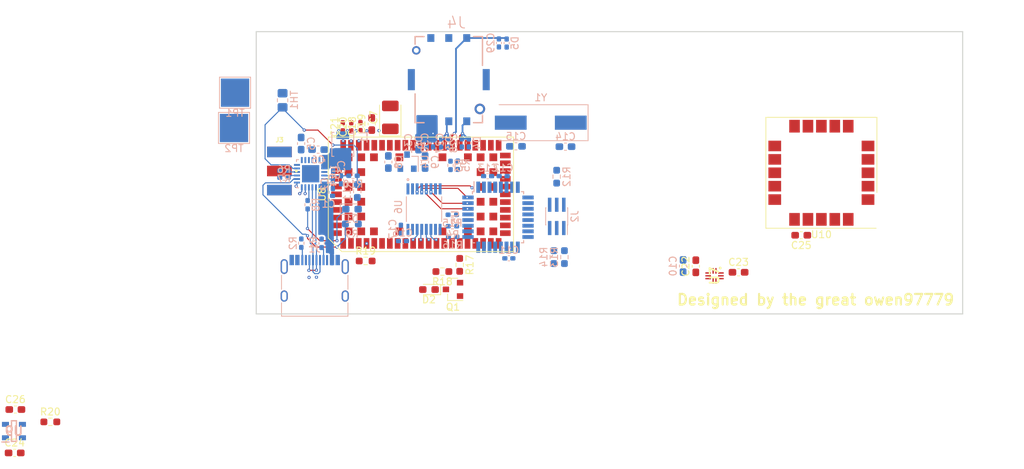
<source format=kicad_pcb>
(kicad_pcb (version 20171130) (host pcbnew "(5.1.10)-1")
  (layers (0 F.Cu power) (1 In1.Cu mixed hide) (2 In2.Cu mixed) (31 B.Cu power) (34 B.Paste user) (35 F.Paste user) (36 B.SilkS user hide) (37 F.SilkS user hide) (38 B.Mask user) (39 F.Mask user) (44 Edge.Cuts user))
  (net 0 "")
  (net 1 GND)
  (net 2 VBUS)
  (net 3 "Net-(C2-Pad1)")
  (net 4 "Net-(C3-Pad2)")
  (net 5 "Net-(C3-Pad1)")
  (net 6 "Net-(C4-Pad1)")
  (net 7 "Net-(C5-Pad1)")
  (net 8 SYS)
  (net 9 +3V3)
  (net 10 "Net-(C10-Pad1)")
  (net 11 "Net-(C14-Pad2)")
  (net 12 "Net-(C15-Pad1)")
  (net 13 +1V8)
  (net 14 VCC_GPS)
  (net 15 VSIM)
  (net 16 RST)
  (net 17 IO)
  (net 18 CLK)
  (net 19 "Net-(D1-Pad1)")
  (net 20 "Net-(D2-Pad2)")
  (net 21 "Net-(D2-Pad1)")
  (net 22 "Net-(J1-PadB8)")
  (net 23 "Net-(J1-PadA5)")
  (net 24 D-)
  (net 25 D+)
  (net 26 "Net-(J1-PadA8)")
  (net 27 "Net-(J1-PadB5)")
  (net 28 RESET)
  (net 29 MOSI)
  (net 30 SCK)
  (net 31 MISO)
  (net 32 "Net-(J3-Pad1)")
  (net 33 "Net-(J4-PadC6)")
  (net 34 "Net-(Q1-Pad1)")
  (net 35 SCL_Power)
  (net 36 SDA_Power)
  (net 37 INT_Power)
  (net 38 "Net-(R6-Pad1)")
  (net 39 "Net-(R7-Pad2)")
  (net 40 "Net-(R8-Pad2)")
  (net 41 "Net-(R9-Pad1)")
  (net 42 "Net-(R10-Pad2)")
  (net 43 "Net-(R12-Pad2)")
  (net 44 "Net-(R13-Pad2)")
  (net 45 "Net-(R14-Pad2)")
  (net 46 PWR_Cellular)
  (net 47 "Net-(R17-Pad1)")
  (net 48 GPIO2)
  (net 49 "Net-(U3-Pad12)")
  (net 50 RTS)
  (net 51 TX)
  (net 52 RX)
  (net 53 RESET_Cellular)
  (net 54 "Net-(U5-Pad24)")
  (net 55 "Net-(U5-Pad23)")
  (net 56 "Net-(U5-Pad22)")
  (net 57 "Net-(U5-Pad19)")
  (net 58 "Net-(U5-Pad14)")
  (net 59 "Net-(U5-Pad13)")
  (net 60 "Net-(U5-Pad12)")
  (net 61 "Net-(U5-Pad11)")
  (net 62 "Net-(U5-Pad10)")
  (net 63 "Net-(U5-Pad2)")
  (net 64 CTS)
  (net 65 RTS_Cellular)
  (net 66 CTS_Cellular)
  (net 67 RX_Cellular)
  (net 68 TX_Cellular)
  (net 69 GPIO4)
  (net 70 GPIO3)
  (net 71 TX_GPS)
  (net 72 EXTINT)
  (net 73 "Net-(U8-Pad62)")
  (net 74 "Net-(U8-Pad49)")
  (net 75 "Net-(U8-Pad48)")
  (net 76 "Net-(U8-Pad47)")
  (net 77 "Net-(U8-Pad46)")
  (net 78 "Net-(U8-Pad45)")
  (net 79 "Net-(U8-Pad44)")
  (net 80 "Net-(U8-Pad42)")
  (net 81 "Net-(U8-Pad37)")
  (net 82 "Net-(U8-Pad36)")
  (net 83 "Net-(U8-Pad35)")
  (net 84 "Net-(U8-Pad34)")
  (net 85 "Net-(U8-Pad33)")
  (net 86 "Net-(U8-Pad31)")
  (net 87 "Net-(U8-Pad29)")
  (net 88 "Net-(U8-Pad28)")
  (net 89 "Net-(U8-Pad27)")
  (net 90 "Net-(U8-Pad26)")
  (net 91 "Net-(U8-Pad19)")
  (net 92 "Net-(U8-Pad17)")
  (net 93 "Net-(U8-Pad8)")
  (net 94 "Net-(U8-Pad7)")
  (net 95 "Net-(U8-Pad6)")
  (net 96 "Net-(U8-Pad2)")
  (net 97 "Net-(U10-Pad18)")
  (net 98 "Net-(U10-Pad14)")
  (net 99 "Net-(U10-Pad12)")
  (net 100 "Net-(U10-Pad9)")
  (net 101 "Net-(U10-Pad8)")
  (net 102 "Net-(U10-Pad7)")
  (module Resistor_SMD:R_0402_1005Metric_Pad0.72x0.64mm_HandSolder (layer B.Cu) (at 127.8025 89.075)
    (fp_text reference R16 (at 0 1.17) (layer B.SilkS) (effects (justify mirror)))
    (fp_text value 100k)
    (pad 2 smd roundrect (at 0.5975 0) (size 0.715 0.64) (layers B.Cu B.Paste B.Mask) (net 46 PWR_Cellular))
    (pad 1 smd roundrect (at -0.5975 0) (size 0.715 0.64) (layers B.Cu B.Paste B.Mask) (net 9 +3V3))
  )
  (module Resistor_SMD:R_0402_1005Metric_Pad0.72x0.64mm_HandSolder (layer B.Cu) (at 127.7525 85.95)
    (fp_text reference R15 (at 0 1.17) (layer B.SilkS) (effects (justify mirror)))
    (fp_text value 10k)
    (pad 2 smd roundrect (at 0.5975 0) (size 0.715 0.64) (layers B.Cu B.Paste B.Mask) (net 28 RESET))
    (pad 1 smd roundrect (at -0.5975 0) (size 0.715 0.64) (layers B.Cu B.Paste B.Mask) (net 9 +3V3))
  )
  (module Resistor_SMD:R_0402_1005Metric_Pad0.72x0.64mm_HandSolder (layer B.Cu) (at 128.525 78.9275 90)
    (fp_text reference R5 (at 0 1.17 90) (layer B.SilkS) (effects (justify mirror)))
    (fp_text value 4k7)
    (pad 2 smd roundrect (at 0.5975 0 90) (size 0.715 0.64) (layers B.Cu B.Paste B.Mask) (net 9 +3V3))
    (pad 1 smd roundrect (at -0.5975 0 90) (size 0.715 0.64) (layers B.Cu B.Paste B.Mask) (net 37 INT_Power))
  )
  (module Resistor_SMD:R_0402_1005Metric_Pad0.72x0.64mm_HandSolder (layer B.Cu) (at 127.7775 87.575)
    (fp_text reference R4 (at 0 1.17) (layer B.SilkS) (effects (justify mirror)))
    (fp_text value 4k7)
    (pad 2 smd roundrect (at 0.5975 0) (size 0.715 0.64) (layers B.Cu B.Paste B.Mask) (net 36 SDA_Power))
    (pad 1 smd roundrect (at -0.5975 0) (size 0.715 0.64) (layers B.Cu B.Paste B.Mask) (net 9 +3V3))
  )
  (module Resistor_SMD:R_0402_1005Metric_Pad0.72x0.64mm_HandSolder (layer B.Cu) (at 127.5 78.9525 90)
    (fp_text reference R3 (at 0 1.17 90) (layer B.SilkS) (effects (justify mirror)))
    (fp_text value 4k7)
    (pad 2 smd roundrect (at 0.5975 0 90) (size 0.715 0.64) (layers B.Cu B.Paste B.Mask) (net 9 +3V3))
    (pad 1 smd roundrect (at -0.5975 0 90) (size 0.715 0.64) (layers B.Cu B.Paste B.Mask) (net 35 SCL_Power))
  )
  (module Capacitor_SMD:C_0402_1005Metric_Pad0.74x0.62mm_HandSolder (layer B.Cu) (at 120.475 88 270)
    (fp_text reference C17 (at 0 1.16 90) (layer B.SilkS) (effects (justify mirror)))
    (fp_text value 0u1)
    (pad 2 smd roundrect (at 0.5675 0 270) (size 0.735 0.62) (layers B.Cu B.Paste B.Mask) (net 1 GND))
    (pad 1 smd roundrect (at -0.5675 0 270) (size 0.735 0.62) (layers B.Cu B.Paste B.Mask) (net 9 +3V3))
  )
  (module Capacitor_SMD:C_0402_1005Metric_Pad0.74x0.62mm_HandSolder (layer B.Cu) (at 120.7 89.675 180)
    (fp_text reference C16 (at 0 1.16) (layer B.SilkS) (effects (justify mirror)))
    (fp_text value 0u1)
    (pad 2 smd roundrect (at 0.5675 0 180) (size 0.735 0.62) (layers B.Cu B.Paste B.Mask) (net 1 GND))
    (pad 1 smd roundrect (at -0.5675 0 180) (size 0.735 0.62) (layers B.Cu B.Paste B.Mask) (net 13 +1V8))
  )
  (module RF_GSM:ublox_SARA-G3_LGA-96 (layer F.Cu) (at 123.31 83.055 90)
    (fp_text reference U8 (at 0 -14 90) (layer F.SilkS))
    (fp_text value SARA-U201)
    (pad 96 smd rect (at 5.25 10.25) (size 1.1 1.1) (layers F.Cu F.Mask) (net 1 GND))
    (pad 95 smd rect (at 3.15 10.25 270) (size 1.1 1.1) (layers F.Cu F.Mask) (net 1 GND))
    (pad 94 smd rect (at 1.05 10.25 270) (size 1.1 1.1) (layers F.Cu F.Mask) (net 1 GND))
    (pad 93 smd rect (at -1.05 10.25) (size 1.1 1.1) (layers F.Cu F.Mask) (net 1 GND))
    (pad 92 smd rect (at -3.15 10.25 270) (size 1.1 1.1) (layers F.Cu F.Mask) (net 1 GND))
    (pad 91 smd rect (at -5.25 10.25 270) (size 1.1 1.1) (layers F.Cu F.Mask) (net 1 GND))
    (pad 90 smd rect (at 5.25 8.45 270) (size 1.1 1.1) (layers F.Cu F.Mask) (net 1 GND))
    (pad 89 smd rect (at 3.15 8.45 270) (size 1.1 1.1) (layers F.Cu F.Mask) (net 1 GND))
    (pad 88 smd rect (at 1.05 8.45 270) (size 1.1 1.1) (layers F.Cu F.Mask) (net 1 GND))
    (pad 87 smd rect (at -1.05 8.45 270) (size 1.1 1.1) (layers F.Cu F.Mask) (net 1 GND))
    (pad 86 smd rect (at -3.15 8.45 270) (size 1.1 1.1) (layers F.Cu F.Mask) (net 1 GND))
    (pad 85 smd rect (at -5.25 8.45 270) (size 1.1 1.1) (layers F.Cu F.Mask) (net 1 GND))
    (pad 84 smd rect (at 5.25 6.65 270) (size 1.1 1.1) (layers F.Cu F.Mask) (net 1 GND))
    (pad 83 smd rect (at -5.25 6.65 270) (size 1.1 1.1) (layers F.Cu F.Mask) (net 1 GND))
    (pad 82 smd rect (at 5.25 3.05 270) (size 1.1 1.1) (layers F.Cu F.Mask) (net 1 GND))
    (pad 81 smd rect (at -5.25 3.05 270) (size 1.1 1.1) (layers F.Cu F.Mask) (net 1 GND))
    (pad 80 smd rect (at 5.25 -3.05 270) (size 1.1 1.1) (layers F.Cu F.Mask) (net 1 GND))
    (pad 79 smd rect (at -5.25 -3.05 270) (size 1.1 1.1) (layers F.Cu F.Mask) (net 1 GND))
    (pad 78 smd rect (at 5.25 -6.65 270) (size 1.1 1.1) (layers F.Cu F.Mask) (net 1 GND))
    (pad 77 smd rect (at -5.25 -6.65 270) (size 1.1 1.1) (layers F.Cu F.Mask) (net 1 GND))
    (pad 76 smd rect (at 5.25 -8.45 270) (size 1.1 1.1) (layers F.Cu F.Mask) (net 1 GND))
    (pad 75 smd rect (at 3.15 -8.45 270) (size 1.1 1.1) (layers F.Cu F.Mask) (net 1 GND))
    (pad 74 smd rect (at 1.05 -8.45 270) (size 1.1 1.1) (layers F.Cu F.Mask) (net 1 GND))
    (pad 73 smd rect (at -1.05 -8.45 270) (size 1.1 1.1) (layers F.Cu F.Mask) (net 1 GND))
    (pad 72 smd rect (at -3.15 -8.45 270) (size 1.1 1.1) (layers F.Cu F.Mask) (net 1 GND))
    (pad 71 smd rect (at -5.25 -8.45 270) (size 1.1 1.1) (layers F.Cu F.Mask) (net 1 GND))
    (pad 70 smd rect (at 5.25 -10.25 270) (size 1.1 1.1) (layers F.Cu F.Mask) (net 1 GND))
    (pad 69 smd rect (at 3.15 -10.25 270) (size 1.1 1.1) (layers F.Cu F.Mask) (net 1 GND))
    (pad 68 smd rect (at 1.05 -10.25 270) (size 1.1 1.1) (layers F.Cu F.Mask) (net 1 GND))
    (pad 67 smd rect (at -1.05 -10.25 270) (size 1.1 1.1) (layers F.Cu F.Mask) (net 1 GND))
    (pad 66 smd rect (at -3.15 -10.25 270) (size 1.1 1.1) (layers F.Cu F.Mask) (net 1 GND))
    (pad 64 smd rect (at -5.5 -11.95 270) (size 0.8 1.5) (layers F.Cu F.Mask) (net 1 GND))
    (pad 65 smd rect (at -5.25 -10.25 270) (size 1.1 1.1) (layers F.Cu F.Mask) (net 1 GND))
    (pad 63 smd rect (at -4.4 -11.95 270) (size 0.8 1.5) (layers F.Cu F.Mask) (net 1 GND))
    (pad 62 smd rect (at -3.3 -11.95 270) (size 0.8 1.5) (layers F.Cu F.Mask) (net 73 "Net-(U8-Pad62)"))
    (pad 61 smd rect (at -2.2 -11.95 270) (size 0.8 1.5) (layers F.Cu F.Mask) (net 1 GND))
    (pad 60 smd rect (at -1.1 -11.95 270) (size 0.8 1.5) (layers F.Cu F.Mask) (net 1 GND))
    (pad 59 smd rect (at 0 -11.95 270) (size 0.8 1.5) (layers F.Cu F.Mask) (net 1 GND))
    (pad 58 smd rect (at 1.1 -11.95 270) (size 0.8 1.5) (layers F.Cu F.Mask) (net 1 GND))
    (pad 57 smd rect (at 2.2 -11.95 270) (size 0.8 1.5) (layers F.Cu F.Mask) (net 1 GND))
    (pad 56 smd rect (at 3.3 -11.95 270) (size 0.8 1.5) (layers F.Cu F.Mask) (net 32 "Net-(J3-Pad1)"))
    (pad 55 smd rect (at 4.4 -11.95 270) (size 0.8 1.5) (layers F.Cu F.Mask) (net 1 GND))
    (pad 54 smd rect (at 5.5 -11.95 270) (size 0.8 1.5) (layers F.Cu F.Mask) (net 1 GND))
    (pad 53 smd rect (at 6.95 -11 180) (size 0.8 1.5) (layers F.Cu F.Mask) (net 8 SYS))
    (pad 52 smd rect (at 6.95 -9.9 180) (size 0.8 1.5) (layers F.Cu F.Mask) (net 8 SYS))
    (pad 51 smd rect (at 6.95 -8.8 180) (size 0.8 1.5) (layers F.Cu F.Mask) (net 8 SYS))
    (pad 50 smd rect (at 6.95 -7.7 180) (size 0.8 1.5) (layers F.Cu F.Mask) (net 1 GND))
    (pad 49 smd rect (at 6.95 -6.6 180) (size 0.8 1.5) (layers F.Cu F.Mask) (net 74 "Net-(U8-Pad49)"))
    (pad 48 smd rect (at 6.95 -5.5 180) (size 0.8 1.5) (layers F.Cu F.Mask) (net 75 "Net-(U8-Pad48)"))
    (pad 47 smd rect (at 6.95 -4.4 180) (size 0.8 1.5) (layers F.Cu F.Mask) (net 76 "Net-(U8-Pad47)"))
    (pad 46 smd rect (at 6.95 -3.3 180) (size 0.8 1.5) (layers F.Cu F.Mask) (net 77 "Net-(U8-Pad46)"))
    (pad 45 smd rect (at 6.95 -2.2 180) (size 0.8 1.5) (layers F.Cu F.Mask) (net 78 "Net-(U8-Pad45)"))
    (pad 44 smd rect (at 6.95 -1.1 180) (size 0.8 1.5) (layers F.Cu F.Mask) (net 79 "Net-(U8-Pad44)"))
    (pad 43 smd rect (at 6.95 0 180) (size 0.8 1.5) (layers F.Cu F.Mask) (net 1 GND))
    (pad 42 smd rect (at 6.95 1.1 180) (size 0.8 1.5) (layers F.Cu F.Mask) (net 80 "Net-(U8-Pad42)"))
    (pad 41 smd rect (at 6.95 2.2 180) (size 0.8 1.5) (layers F.Cu F.Mask) (net 15 VSIM))
    (pad 40 smd rect (at 6.95 3.3 180) (size 0.8 1.5) (layers F.Cu F.Mask) (net 16 RST))
    (pad 39 smd rect (at 6.95 4.4 180) (size 0.8 1.5) (layers F.Cu F.Mask) (net 17 IO))
    (pad 38 smd rect (at 6.95 5.5 180) (size 0.8 1.5) (layers F.Cu F.Mask) (net 18 CLK))
    (pad 37 smd rect (at 6.95 6.6 180) (size 0.8 1.5) (layers F.Cu F.Mask) (net 81 "Net-(U8-Pad37)"))
    (pad 36 smd rect (at 6.95 7.7 180) (size 0.8 1.5) (layers F.Cu F.Mask) (net 82 "Net-(U8-Pad36)"))
    (pad 35 smd rect (at 6.95 8.8 180) (size 0.8 1.5) (layers F.Cu F.Mask) (net 83 "Net-(U8-Pad35)"))
    (pad 34 smd rect (at 6.95 9.9 180) (size 0.8 1.5) (layers F.Cu F.Mask) (net 84 "Net-(U8-Pad34)"))
    (pad 33 smd rect (at 6.95 11 180) (size 0.8 1.5) (layers F.Cu F.Mask) (net 85 "Net-(U8-Pad33)"))
    (pad 32 smd rect (at 5.5 11.95 90) (size 0.8 1.5) (layers F.Cu F.Mask) (net 1 GND))
    (pad 31 smd rect (at 4.4 11.95 90) (size 0.8 1.5) (layers F.Cu F.Mask) (net 86 "Net-(U8-Pad31)"))
    (pad 30 smd rect (at 3.3 11.95 90) (size 0.8 1.5) (layers F.Cu F.Mask) (net 1 GND))
    (pad 29 smd rect (at 2.2 11.95 90) (size 0.8 1.5) (layers F.Cu F.Mask) (net 87 "Net-(U8-Pad29)"))
    (pad 28 smd rect (at 1.1 11.95 90) (size 0.8 1.5) (layers F.Cu F.Mask) (net 88 "Net-(U8-Pad28)"))
    (pad 27 smd rect (at 0 11.95 90) (size 0.8 1.5) (layers F.Cu F.Mask) (net 89 "Net-(U8-Pad27)"))
    (pad 26 smd rect (at -1.1 11.95 90) (size 0.8 1.5) (layers F.Cu F.Mask) (net 90 "Net-(U8-Pad26)"))
    (pad 25 smd rect (at -2.2 11.95 90) (size 0.8 1.5) (layers F.Cu F.Mask) (net 69 GPIO4))
    (pad 24 smd rect (at -3.3 11.95 90) (size 0.8 1.5) (layers F.Cu F.Mask) (net 70 GPIO3))
    (pad 23 smd rect (at -4.4 11.95 90) (size 0.8 1.5) (layers F.Cu F.Mask) (net 48 GPIO2))
    (pad 22 smd rect (at -5.5 11.95 90) (size 0.8 1.5) (layers F.Cu F.Mask) (net 1 GND))
    (pad 21 smd rect (at -6.95 11) (size 0.8 1.5) (layers F.Cu F.Mask) (net 1 GND))
    (pad 20 smd rect (at -6.95 9.9) (size 0.8 1.5) (layers F.Cu F.Mask) (net 1 GND))
    (pad 19 smd rect (at -6.95 8.8) (size 0.8 1.5) (layers F.Cu F.Mask) (net 91 "Net-(U8-Pad19)"))
    (pad 18 smd rect (at -6.95 7.7) (size 0.8 1.5) (layers F.Cu F.Mask) (net 53 RESET_Cellular))
    (pad 17 smd rect (at -6.95 6.6) (size 0.8 1.5) (layers F.Cu F.Mask) (net 92 "Net-(U8-Pad17)"))
    (pad 16 smd rect (at -6.95 5.5) (size 0.8 1.5) (layers F.Cu F.Mask) (net 47 "Net-(R17-Pad1)"))
    (pad 15 smd rect (at -6.95 4.4) (size 0.8 1.5) (layers F.Cu F.Mask) (net 46 PWR_Cellular))
    (pad 14 smd rect (at -6.95 3.3) (size 0.8 1.5) (layers F.Cu F.Mask) (net 1 GND))
    (pad 13 smd rect (at -6.95 2.2) (size 0.8 1.5) (layers F.Cu F.Mask) (net 67 RX_Cellular))
    (pad 12 smd rect (at -6.95 1.1) (size 0.8 1.5) (layers F.Cu F.Mask) (net 68 TX_Cellular))
    (pad 11 smd rect (at -6.95 0) (size 0.8 1.5) (layers F.Cu F.Mask) (net 66 CTS_Cellular))
    (pad 10 smd rect (at -6.95 -1.1) (size 0.8 1.5) (layers F.Cu F.Mask) (net 65 RTS_Cellular))
    (pad 9 smd rect (at -6.95 -2.2) (size 0.8 1.5) (layers F.Cu F.Mask) (net 1 GND))
    (pad 8 smd rect (at -6.95 -3.3) (size 0.8 1.5) (layers F.Cu F.Mask) (net 93 "Net-(U8-Pad8)"))
    (pad 7 smd rect (at -6.95 -4.4) (size 0.8 1.5) (layers F.Cu F.Mask) (net 94 "Net-(U8-Pad7)"))
    (pad 6 smd rect (at -6.95 -5.5) (size 0.8 1.5) (layers F.Cu F.Mask) (net 95 "Net-(U8-Pad6)"))
    (pad 5 smd rect (at -6.95 -6.6) (size 0.8 1.5) (layers F.Cu F.Mask) (net 1 GND))
    (pad 4 smd rect (at -6.95 -7.7) (size 0.8 1.5) (layers F.Cu F.Mask) (net 13 +1V8))
    (pad 3 smd rect (at -6.95 -8.8) (size 0.8 1.5) (layers F.Cu F.Mask) (net 1 GND))
    (pad 2 smd rect (at -6.95 -9.9) (size 0.8 1.5) (layers F.Cu F.Mask) (net 96 "Net-(U8-Pad2)"))
    (pad 1 smd rect (at -6.95 -11) (size 0.8 1.5) (layers F.Cu F.Mask) (net 1 GND))
  )
  (module Connector_USB:USB_C_Receptacle_HRO_TYPE-C-31-M-12 (layer B.Cu) (at 108.276 96.42 180)
    (fp_text reference J1 (at 0 5.645) (layer B.SilkS) (effects (justify mirror)))
    (fp_text value USB_C_Receptacle_USB2.0)
    (pad B1 smd rect (at 3.25 4.045 180) (size 0.6 1.45) (layers B.Cu B.Paste B.Mask) (net 1 GND))
    (pad A9 smd rect (at 2.45 4.045 180) (size 0.6 1.45) (layers B.Cu B.Paste B.Mask) (net 2 VBUS))
    (pad B9 smd rect (at -2.45 4.045 180) (size 0.6 1.45) (layers B.Cu B.Paste B.Mask) (net 2 VBUS))
    (pad B12 smd rect (at -3.25 4.045 180) (size 0.6 1.45) (layers B.Cu B.Paste B.Mask) (net 1 GND))
    (pad A1 smd rect (at -3.25 4.045 180) (size 0.6 1.45) (layers B.Cu B.Paste B.Mask) (net 1 GND))
    (pad A4 smd rect (at -2.45 4.045 180) (size 0.6 1.45) (layers B.Cu B.Paste B.Mask) (net 2 VBUS))
    (pad B4 smd rect (at 2.45 4.045 180) (size 0.6 1.45) (layers B.Cu B.Paste B.Mask) (net 2 VBUS))
    (pad A12 smd rect (at 3.25 4.045 180) (size 0.6 1.45) (layers B.Cu B.Paste B.Mask) (net 1 GND))
    (pad B8 smd rect (at -1.75 4.045 180) (size 0.3 1.45) (layers B.Cu B.Paste B.Mask) (net 22 "Net-(J1-PadB8)"))
    (pad A5 smd rect (at -1.25 4.045 180) (size 0.3 1.45) (layers B.Cu B.Paste B.Mask) (net 23 "Net-(J1-PadA5)"))
    (pad B7 smd rect (at -0.75 4.045 180) (size 0.3 1.45) (layers B.Cu B.Paste B.Mask) (net 24 D-))
    (pad A7 smd rect (at 0.25 4.045 180) (size 0.3 1.45) (layers B.Cu B.Paste B.Mask) (net 24 D-))
    (pad B6 smd rect (at 0.75 4.045 180) (size 0.3 1.45) (layers B.Cu B.Paste B.Mask) (net 25 D+))
    (pad A8 smd rect (at 1.25 4.045 180) (size 0.3 1.45) (layers B.Cu B.Paste B.Mask) (net 26 "Net-(J1-PadA8)"))
    (pad B5 smd rect (at 1.75 4.045 180) (size 0.3 1.45) (layers B.Cu B.Paste B.Mask) (net 27 "Net-(J1-PadB5)"))
    (pad A6 smd rect (at -0.25 4.045 180) (size 0.3 1.45) (layers B.Cu B.Paste B.Mask) (net 25 D+))
    (pad S1 thru_hole oval (at 4.32 3.13 180) (size 1 2.1) (drill oval 0.6 1.7) (layers *.Cu *.Mask) (net 1 GND))
    (pad S1 thru_hole oval (at -4.32 3.13 180) (size 1 2.1) (drill oval 0.6 1.7) (layers *.Cu *.Mask) (net 1 GND))
    (pad "" np_thru_hole circle (at -2.89 2.6 180) (size 0.65 0.65) (drill 0.65) (layers *.Cu *.Mask))
    (pad S1 thru_hole oval (at -4.32 -1.05 180) (size 1 1.6) (drill oval 0.6 1.2) (layers *.Cu *.Mask) (net 1 GND))
    (pad "" np_thru_hole circle (at 2.89 2.6 180) (size 0.65 0.65) (drill 0.65) (layers *.Cu *.Mask))
    (pad S1 thru_hole oval (at 4.32 -1.05 180) (size 1 1.6) (drill oval 0.6 1.2) (layers *.Cu *.Mask) (net 1 GND))
  )
  (module LED_SMD:LED_0603_1608Metric_Pad1.05x0.95mm_HandSolder (layer B.Cu) (at 113.55 85.15)
    (fp_text reference D1 (at 0 1.43) (layer B.SilkS) (effects (justify mirror)))
    (fp_text value LED)
    (pad 2 smd roundrect (at 0.875 0) (size 1.05 0.95) (layers B.Cu B.Paste B.Mask) (net 8 SYS))
    (pad 1 smd roundrect (at -0.875 0) (size 1.05 0.95) (layers B.Cu B.Paste B.Mask) (net 19 "Net-(D1-Pad1)"))
  )
  (module "GPS Hardware:IC_ESD122DMXR" (layer B.Cu) (at 108.175 90.025 180)
    (fp_text reference U1 (at 0.062 0.9524 180) (layer B.SilkS) (effects (font (size 0.24 0.24)) (justify mirror)))
    (fp_text value ESD122DMX)
    (pad 3 smd rect (at 0.15 0.34 180) (size 0.2 0.2) (layers B.Cu) (net 1 GND))
    (pad 2 smd rect (at 0.15 -0.34 180) (size 0.2 0.2) (layers B.Cu) (net 24 D-))
    (pad 1 smd rect (at -0.15 0 180) (size 0.2 0.2) (layers B.Cu) (net 25 D+))
  )
  (module "GPS Hardware:GCT_SIM8051-6-0-14-01-X-REVD" (layer B.Cu) (at 127.254 66.802 180)
    (fp_text reference J4 (at -1.07195 8.05972) (layer B.SilkS) (effects (font (size 1.602929 1.602929)) (justify mirror)))
    (fp_text value SIM8051-6-0-14-01-X-REVD)
    (pad 1 thru_hole circle (at -4.4 -4.15 180) (size 1.5 1.5) (drill 0.9) (layers *.Cu *.Mask))
    (pad 2 thru_hole circle (at 4.6 4.15 180) (size 1.2 1.2) (drill 0.7) (layers *.Cu *.Mask))
    (pad C1 smd rect (at 2.54 -5.9 180) (size 1 1.1) (layers B.Cu B.Paste B.Mask) (net 15 VSIM))
    (pad C2 smd rect (at 0 -5.9 180) (size 1 1.1) (layers B.Cu B.Paste B.Mask) (net 16 RST))
    (pad C3 smd rect (at -2.54 -5.9 180) (size 1 1.1) (layers B.Cu B.Paste B.Mask) (net 18 CLK))
    (pad 6 smd rect (at 5.3 0 180) (size 1 3) (layers B.Cu B.Paste B.Mask))
    (pad C5 smd rect (at 2.54 5.9 180) (size 1 1.1) (layers B.Cu B.Paste B.Mask) (net 1 GND))
    (pad C6 smd rect (at 0 5.9 180) (size 1 1.1) (layers B.Cu B.Paste B.Mask) (net 33 "Net-(J4-PadC6)"))
    (pad C7 smd rect (at -2.54 5.9 180) (size 1 1.1) (layers B.Cu B.Paste B.Mask) (net 17 IO))
    (pad 10 smd rect (at -5.3 0 180) (size 1 3) (layers B.Cu B.Paste B.Mask))
  )
  (module Resistor_SMD:R_0402_1005Metric_Pad0.72x0.64mm_HandSolder (layer B.Cu) (at 113.6975 80.425)
    (fp_text reference R10 (at 0 1.17) (layer B.SilkS) (effects (justify mirror)))
    (fp_text value 5k23)
    (pad 2 smd roundrect (at 0.5975 0) (size 0.715 0.64) (layers B.Cu B.Paste B.Mask) (net 42 "Net-(R10-Pad2)"))
    (pad 1 smd roundrect (at -0.5975 0) (size 0.715 0.64) (layers B.Cu B.Paste B.Mask) (net 6 "Net-(C4-Pad1)"))
  )
  (module Resistor_SMD:R_0402_1005Metric_Pad0.72x0.64mm_HandSolder (layer B.Cu) (at 106.375 89.975 270)
    (fp_text reference R2 (at 0 1.17 90) (layer B.SilkS) (effects (justify mirror)))
    (fp_text value 5k1)
    (pad 2 smd roundrect (at 0.5975 0 270) (size 0.715 0.64) (layers B.Cu B.Paste B.Mask) (net 27 "Net-(J1-PadB5)"))
    (pad 1 smd roundrect (at -0.5975 0 270) (size 0.715 0.64) (layers B.Cu B.Paste B.Mask) (net 1 GND))
  )
  (module Resistor_SMD:R_0402_1005Metric_Pad0.72x0.64mm_HandSolder (layer B.Cu) (at 109.25 89.9975 270)
    (fp_text reference R1 (at 0 1.17 90) (layer B.SilkS) (effects (justify mirror)))
    (fp_text value 5k1)
    (pad 2 smd roundrect (at 0.5975 0 270) (size 0.715 0.64) (layers B.Cu B.Paste B.Mask) (net 23 "Net-(J1-PadA5)"))
    (pad 1 smd roundrect (at -0.5975 0 270) (size 0.715 0.64) (layers B.Cu B.Paste B.Mask) (net 1 GND))
  )
  (module Capacitor_SMD:C_0603_1608Metric_Pad1.08x0.95mm_HandSolder (layer B.Cu) (at 122.975 75.8625 270)
    (fp_text reference C31 (at 0 1.43 90) (layer B.SilkS) (effects (justify mirror)))
    (fp_text value 0u1)
    (pad 2 smd roundrect (at 0.8625 0 270) (size 1.075 0.95) (layers B.Cu B.Paste B.Mask) (net 1 GND))
    (pad 1 smd roundrect (at -0.8625 0 270) (size 1.075 0.95) (layers B.Cu B.Paste B.Mask) (net 15 VSIM))
  )
  (module Capacitor_SMD:C_0402_1005Metric_Pad0.74x0.62mm_HandSolder (layer B.Cu) (at 132.75 80.475 180)
    (fp_text reference C13 (at 0 1.16) (layer B.SilkS) (effects (justify mirror)))
    (fp_text value 0u1)
    (pad 2 smd roundrect (at 0.5675 0 180) (size 0.735 0.62) (layers B.Cu B.Paste B.Mask) (net 1 GND))
    (pad 1 smd roundrect (at -0.5675 0 180) (size 0.735 0.62) (layers B.Cu B.Paste B.Mask) (net 9 +3V3))
  )
  (module Capacitor_SMD:C_0402_1005Metric_Pad0.74x0.62mm_HandSolder (layer B.Cu) (at 134.95 80.475 180)
    (fp_text reference C12 (at 0 1.16) (layer B.SilkS) (effects (justify mirror)))
    (fp_text value 0u1)
    (pad 2 smd roundrect (at 0.5675 0 180) (size 0.735 0.62) (layers B.Cu B.Paste B.Mask) (net 1 GND))
    (pad 1 smd roundrect (at -0.5675 0 180) (size 0.735 0.62) (layers B.Cu B.Paste B.Mask) (net 9 +3V3))
  )
  (module Capacitor_SMD:C_0402_1005Metric_Pad0.74x0.62mm_HandSolder (layer B.Cu) (at 135.7575 92.125 180)
    (fp_text reference C11 (at 0 1.16) (layer B.SilkS) (effects (justify mirror)))
    (fp_text value 0u1)
    (pad 2 smd roundrect (at 0.5675 0 180) (size 0.735 0.62) (layers B.Cu B.Paste B.Mask) (net 1 GND))
    (pad 1 smd roundrect (at -0.5675 0 180) (size 0.735 0.62) (layers B.Cu B.Paste B.Mask) (net 9 +3V3))
  )
  (module Capacitor_SMD:C_0402_1005Metric_Pad0.74x0.62mm_HandSolder (layer B.Cu) (at 124.15 75.7675 270)
    (fp_text reference D6 (at -0.0675 1.132 90) (layer B.SilkS) (effects (justify mirror)))
    (fp_text value PESD0402)
    (pad 2 smd roundrect (at 0.5675 0 270) (size 0.735 0.62) (layers B.Cu B.Paste B.Mask) (net 1 GND))
    (pad 1 smd roundrect (at -0.5675 0 270) (size 0.735 0.62) (layers B.Cu B.Paste B.Mask) (net 15 VSIM))
  )
  (module Capacitor_SMD:C_0402_1005Metric_Pad0.74x0.62mm_HandSolder (layer B.Cu) (at 135.45 61.6175 90)
    (fp_text reference D5 (at 0 1.16 90) (layer B.SilkS) (effects (justify mirror)))
    (fp_text value PESD0402)
    (pad 2 smd roundrect (at 0.5675 0 90) (size 0.735 0.62) (layers B.Cu B.Paste B.Mask) (net 17 IO))
    (pad 1 smd roundrect (at -0.5675 0 90) (size 0.735 0.62) (layers B.Cu B.Paste B.Mask) (net 1 GND))
  )
  (module Capacitor_SMD:C_0402_1005Metric_Pad0.74x0.62mm_HandSolder (layer B.Cu) (at 130.1 75.7675 90)
    (fp_text reference D4 (at 0 1.16 90) (layer B.SilkS) (effects (justify mirror)))
    (fp_text value PESD0402)
    (pad 2 smd roundrect (at 0.5675 0 90) (size 0.735 0.62) (layers B.Cu B.Paste B.Mask) (net 18 CLK))
    (pad 1 smd roundrect (at -0.5675 0 90) (size 0.735 0.62) (layers B.Cu B.Paste B.Mask) (net 1 GND))
  )
  (module Capacitor_SMD:C_0402_1005Metric_Pad0.74x0.62mm_HandSolder (layer B.Cu) (at 126.175 75.7925 90)
    (fp_text reference D3 (at 0 1.16 90) (layer B.SilkS) (effects (justify mirror)))
    (fp_text value PESD0402)
    (pad 2 smd roundrect (at 0.5675 0 90) (size 0.735 0.62) (layers B.Cu B.Paste B.Mask) (net 16 RST))
    (pad 1 smd roundrect (at -0.5675 0 90) (size 0.735 0.62) (layers B.Cu B.Paste B.Mask) (net 1 GND))
  )
  (module Capacitor_SMD:C_0402_1005Metric_Pad0.74x0.62mm_HandSolder (layer B.Cu) (at 125.025 75.7675 270)
    (fp_text reference C30 (at 0 1.16 90) (layer B.SilkS) (effects (justify mirror)))
    (fp_text value 47p)
    (pad 2 smd roundrect (at 0.5675 0 270) (size 0.735 0.62) (layers B.Cu B.Paste B.Mask) (net 1 GND))
    (pad 1 smd roundrect (at -0.5675 0 270) (size 0.735 0.62) (layers B.Cu B.Paste B.Mask) (net 15 VSIM))
  )
  (module Capacitor_SMD:C_0402_1005Metric_Pad0.74x0.62mm_HandSolder (layer B.Cu) (at 134.35 61.6 270)
    (fp_text reference C29 (at 0 1.16 270) (layer B.SilkS) (effects (justify mirror)))
    (fp_text value 47p)
    (pad 2 smd roundrect (at 0.5675 0 270) (size 0.735 0.62) (layers B.Cu B.Paste B.Mask) (net 1 GND))
    (pad 1 smd roundrect (at -0.5675 0 270) (size 0.735 0.62) (layers B.Cu B.Paste B.Mask) (net 17 IO))
  )
  (module Capacitor_SMD:C_0402_1005Metric_Pad0.74x0.62mm_HandSolder (layer B.Cu) (at 129.1 75.7675 270)
    (fp_text reference C28 (at 0 1.16 90) (layer B.SilkS) (effects (justify mirror)))
    (fp_text value 47p)
    (pad 2 smd roundrect (at 0.5675 0 270) (size 0.735 0.62) (layers B.Cu B.Paste B.Mask) (net 1 GND))
    (pad 1 smd roundrect (at -0.5675 0 270) (size 0.735 0.62) (layers B.Cu B.Paste B.Mask) (net 18 CLK))
  )
  (module Capacitor_SMD:C_0402_1005Metric_Pad0.74x0.62mm_HandSolder (layer B.Cu) (at 127.15 75.7925 270)
    (fp_text reference C27 (at 0 1.16 90) (layer B.SilkS) (effects (justify mirror)))
    (fp_text value 47p)
    (pad 2 smd roundrect (at 0.5675 0 270) (size 0.735 0.62) (layers B.Cu B.Paste B.Mask) (net 1 GND))
    (pad 1 smd roundrect (at -0.5675 0 270) (size 0.735 0.62) (layers B.Cu B.Paste B.Mask) (net 16 RST))
  )
  (module Resistor_SMD:R_0402_1005Metric_Pad0.72x0.64mm_HandSolder (layer B.Cu) (at 103.9275 79.7)
    (fp_text reference R7 (at 0 1.17) (layer B.SilkS) (effects (justify mirror)))
    (fp_text value 10k)
    (pad 2 smd roundrect (at 0.5975 0) (size 0.715 0.64) (layers B.Cu B.Paste B.Mask) (net 39 "Net-(R7-Pad2)"))
    (pad 1 smd roundrect (at -0.5975 0) (size 0.715 0.64) (layers B.Cu B.Paste B.Mask) (net 1 GND))
  )
  (module Resistor_SMD:R_0402_1005Metric_Pad0.72x0.64mm_HandSolder (layer B.Cu) (at 103.9275 80.675 180)
    (fp_text reference R6 (at 0 1.17) (layer B.SilkS) (effects (justify mirror)))
    (fp_text value 10k)
    (pad 2 smd roundrect (at 0.5975 0 180) (size 0.715 0.64) (layers B.Cu B.Paste B.Mask) (net 1 GND))
    (pad 1 smd roundrect (at -0.5975 0 180) (size 0.715 0.64) (layers B.Cu B.Paste B.Mask) (net 38 "Net-(R6-Pad1)"))
  )
  (module Capacitor_SMD:C_0402_1005Metric_Pad0.74x0.62mm_HandSolder (layer B.Cu) (at 112 81 270)
    (fp_text reference C4 (at 0 1.16 90) (layer B.SilkS) (effects (justify mirror)))
    (fp_text value 4u7)
    (pad 2 smd roundrect (at 0.5675 0 270) (size 0.735 0.62) (layers B.Cu B.Paste B.Mask) (net 1 GND))
    (pad 1 smd roundrect (at -0.5675 0 270) (size 0.735 0.62) (layers B.Cu B.Paste B.Mask) (net 6 "Net-(C4-Pad1)"))
  )
  (module Capacitor_SMD:C_0402_1005Metric_Pad0.74x0.62mm_HandSolder (layer B.Cu) (at 110.899 79.1925 90)
    (fp_text reference C3 (at 0 1.16 90) (layer B.SilkS) (effects (justify mirror)))
    (fp_text value 47n)
    (pad 2 smd roundrect (at 0.5675 0 90) (size 0.735 0.62) (layers B.Cu B.Paste B.Mask) (net 4 "Net-(C3-Pad2)"))
    (pad 1 smd roundrect (at -0.5675 0 90) (size 0.735 0.62) (layers B.Cu B.Paste B.Mask) (net 5 "Net-(C3-Pad1)"))
  )
  (module Capacitor_SMD:C_0402_1005Metric_Pad0.74x0.62mm_HandSolder (layer B.Cu) (at 110.85 81.6675 270)
    (fp_text reference C2 (at 0 1.16 90) (layer B.SilkS) (effects (justify mirror)))
    (fp_text value 22u)
    (pad 2 smd roundrect (at 0.5675 0 270) (size 0.735 0.62) (layers B.Cu B.Paste B.Mask) (net 1 GND))
    (pad 1 smd roundrect (at -0.5675 0 270) (size 0.735 0.62) (layers B.Cu B.Paste B.Mask) (net 3 "Net-(C2-Pad1)"))
  )
  (module Capacitor_SMD:C_0402_1005Metric_Pad0.74x0.62mm_HandSolder (layer B.Cu) (at 110.2325 83.27)
    (fp_text reference C1 (at 0 1.16) (layer B.SilkS) (effects (justify mirror)))
    (fp_text value 1u)
    (pad 2 smd roundrect (at 0.5675 0) (size 0.735 0.62) (layers B.Cu B.Paste B.Mask) (net 1 GND))
    (pad 1 smd roundrect (at -0.5675 0) (size 0.735 0.62) (layers B.Cu B.Paste B.Mask) (net 2 VBUS))
  )
  (module Resistor_SMD:R_0402_1005Metric_Pad0.72x0.64mm_HandSolder (layer B.Cu) (at 107.275 84.5275 90)
    (fp_text reference R8 (at 0 1.17 90) (layer B.SilkS) (effects (justify mirror)))
    (fp_text value 2k2)
    (pad 2 smd roundrect (at 0.5975 0 90) (size 0.715 0.64) (layers B.Cu B.Paste B.Mask) (net 40 "Net-(R8-Pad2)"))
    (pad 1 smd roundrect (at -0.5975 0 90) (size 0.715 0.64) (layers B.Cu B.Paste B.Mask) (net 19 "Net-(D1-Pad1)"))
  )
  (module Connector_PinHeader_1.00mm:PinHeader_2x03_P1.00mm_Vertical_SMD (layer B.Cu) (at 142.533 86.18 90)
    (fp_text reference J2 (at 0 2.56 90) (layer B.SilkS) (effects (justify mirror)))
    (fp_text value Conn_01x06_Male)
    (pad 6 smd rect (at 1.65 -1 90) (size 2 0.5) (layers B.Cu B.Paste B.Mask) (net 1 GND))
    (pad 5 smd rect (at -1.65 -1 90) (size 2 0.5) (layers B.Cu B.Paste B.Mask) (net 28 RESET))
    (pad 4 smd rect (at 1.65 0 90) (size 2 0.5) (layers B.Cu B.Paste B.Mask) (net 29 MOSI))
    (pad 3 smd rect (at -1.65 0 90) (size 2 0.5) (layers B.Cu B.Paste B.Mask) (net 30 SCK))
    (pad 2 smd rect (at 1.65 1 90) (size 2 0.5) (layers B.Cu B.Paste B.Mask) (net 9 +3V3))
    (pad 1 smd rect (at -1.65 1 90) (size 2 0.5) (layers B.Cu B.Paste B.Mask) (net 31 MISO))
  )
  (module Crystal:Crystal_SMD_HC49-SD (layer B.Cu) (at 140.275 72.9 180)
    (fp_text reference Y1 (at 0 3.55) (layer B.SilkS) (effects (justify mirror)))
    (fp_text value Crystal)
    (pad 2 smd rect (at 4.25 0 180) (size 4.5 2) (layers B.Cu B.Paste B.Mask) (net 12 "Net-(C15-Pad1)"))
    (pad 1 smd rect (at -4.25 0 180) (size 4.5 2) (layers B.Cu B.Paste B.Mask) (net 11 "Net-(C14-Pad2)"))
  )
  (module "GPS Hardware:RFSOLUTIONS_CON-SMA-EDGE-S" (layer F.Cu) (at 103.275 79.75)
    (fp_text reference J3 (at 0.032 -4.4064) (layer F.SilkS) (effects (font (size 0.64 0.64))))
    (fp_text value Conn_Coaxial)
    (pad 1 smd rect (at 0 0) (size 3.5 1.5) (layers F.Cu F.Paste F.Mask) (net 32 "Net-(J3-Pad1)"))
    (pad 2 smd rect (at 0 -2.7) (size 3.5 1.5) (layers F.Cu F.Paste F.Mask) (net 1 GND))
    (pad 2 smd rect (at 0 2.7) (size 3.5 1.5) (layers F.Cu F.Paste F.Mask) (net 1 GND))
    (pad 2 smd rect (at 0 -2.7) (size 3.5 1.5) (layers B.Cu B.Paste B.Mask) (net 1 GND))
    (pad 2 smd rect (at 0 2.7) (size 3.5 1.5) (layers B.Cu B.Paste B.Mask) (net 1 GND))
  )
  (module RF_GPS:ublox_SAM-M8Q (layer F.Cu) (at 180 80 180)
    (fp_text reference U10 (at 0 -8.75) (layer F.SilkS))
    (fp_text value ublox_SAM-M8Q)
    (pad 20 smd rect (at -3.8 -6.6 180) (size 1.5 1.8) (layers F.Cu F.Mask) (net 1 GND))
    (pad 19 smd rect (at -1.9 -6.6 180) (size 1.5 1.8) (layers F.Cu F.Mask) (net 72 EXTINT))
    (pad 18 smd rect (at 0 -6.6 180) (size 1.5 1.8) (layers F.Cu F.Mask) (net 97 "Net-(U10-Pad18)"))
    (pad 17 smd rect (at 1.9 -6.6 180) (size 1.5 1.8) (layers F.Cu F.Mask) (net 14 VCC_GPS))
    (pad 16 smd rect (at 3.8 -6.6 180) (size 1.5 1.8) (layers F.Cu F.Mask) (net 1 GND))
    (pad 15 smd rect (at 6.6 -3.8 180) (size 1.8 1.5) (layers F.Cu F.Mask) (net 1 GND))
    (pad 14 smd rect (at 6.6 -1.9 180) (size 1.8 1.5) (layers F.Cu F.Mask) (net 98 "Net-(U10-Pad14)"))
    (pad 13 smd rect (at 6.6 0 180) (size 1.8 1.5) (layers F.Cu F.Mask) (net 71 TX_GPS))
    (pad 12 smd rect (at 6.6 1.9 180) (size 1.8 1.5) (layers F.Cu F.Mask) (net 99 "Net-(U10-Pad12)"))
    (pad 11 smd rect (at 6.6 3.8 180) (size 1.8 1.5) (layers F.Cu F.Mask) (net 1 GND))
    (pad 10 smd rect (at 3.8 6.6 180) (size 1.5 1.8) (layers F.Cu F.Mask) (net 1 GND))
    (pad 9 smd rect (at 1.9 6.6 180) (size 1.5 1.8) (layers F.Cu F.Mask) (net 100 "Net-(U10-Pad9)"))
    (pad 8 smd rect (at 0 6.6 180) (size 1.5 1.8) (layers F.Cu F.Mask) (net 101 "Net-(U10-Pad8)"))
    (pad 7 smd rect (at -1.9 6.6 180) (size 1.5 1.8) (layers F.Cu F.Mask) (net 102 "Net-(U10-Pad7)"))
    (pad 6 smd rect (at -3.8 6.6 180) (size 1.5 1.8) (layers F.Cu F.Mask) (net 1 GND))
    (pad 5 smd rect (at -6.6 3.8 180) (size 1.8 1.5) (layers F.Cu F.Mask) (net 1 GND))
    (pad 4 smd rect (at -6.6 1.9 180) (size 1.8 1.5) (layers F.Cu F.Mask) (net 1 GND))
    (pad 3 smd rect (at -6.6 0 180) (size 1.8 1.5) (layers F.Cu F.Mask) (net 14 VCC_GPS))
    (pad 2 smd rect (at -6.6 -1.9 180) (size 1.8 1.5) (layers F.Cu F.Mask) (net 14 VCC_GPS))
    (pad 1 smd rect (at -6.6 -3.8 180) (size 1.8 1.5) (layers F.Cu F.Mask) (net 1 GND))
  )
  (module "GPS Hardware:SOT95P240X120-3N" (layer B.Cu) (at 65.7 116.6)
    (fp_text reference U9 (at 0 0) (layer B.SilkS) (effects (font (size 1.27 1.27) (thickness 0.254)) (justify mirror)))
    (fp_text value NCP662SQ33T1G hide)
    (pad 4 smd rect (at 1.2 0.95 270) (size 0.7 1) (layers B.Cu B.Paste B.Mask) (net 48 GPIO2))
    (pad 1 smd rect (at -1.2 0.95 270) (size 0.7 1) (layers B.Cu B.Paste B.Mask) (net 1 GND))
    (pad 2 smd rect (at -1.2 -0.95 270) (size 0.7 1) (layers B.Cu B.Paste B.Mask) (net 8 SYS))
    (pad 3 smd rect (at 1.2 -0.95 270) (size 0.7 1) (layers B.Cu B.Paste B.Mask) (net 14 VCC_GPS))
  )
  (module "GPS Hardware:QFN40P140X180X50-10N" (layer F.Cu) (at 164.875 94.6 270)
    (fp_text reference U7 (at 0 0 90) (layer F.SilkS) (effects (font (size 1.27 1.27) (thickness 0.254))))
    (fp_text value 74AVC2T245GU-Q100X hide)
    (pad 1 smd rect (at -0.7 -0.2) (size 0.2 0.8) (layers F.Cu F.Paste F.Mask) (net 1 GND))
    (pad 2 smd rect (at -0.7 0.2) (size 0.2 0.8) (layers F.Cu F.Paste F.Mask) (net 1 GND))
    (pad 3 smd rect (at -0.4 0.9 270) (size 0.2 0.8) (layers F.Cu F.Paste F.Mask) (net 1 GND))
    (pad 4 smd rect (at 0 0.9 270) (size 0.2 0.8) (layers F.Cu F.Paste F.Mask) (net 69 GPIO4))
    (pad 5 smd rect (at 0.4 0.9 270) (size 0.2 0.8) (layers F.Cu F.Paste F.Mask) (net 70 GPIO3))
    (pad 6 smd rect (at 0.7 0.2) (size 0.2 0.8) (layers F.Cu F.Paste F.Mask) (net 13 +1V8))
    (pad 7 smd rect (at 0.7 -0.2) (size 0.2 0.8) (layers F.Cu F.Paste F.Mask) (net 14 VCC_GPS))
    (pad 8 smd rect (at 0.4 -0.9 270) (size 0.2 0.8) (layers F.Cu F.Paste F.Mask) (net 71 TX_GPS))
    (pad 9 smd rect (at 0 -0.9 270) (size 0.2 0.8) (layers F.Cu F.Paste F.Mask) (net 72 EXTINT))
    (pad 10 smd rect (at -0.4 -0.9 270) (size 0.2 0.8) (layers F.Cu F.Paste F.Mask) (net 14 VCC_GPS))
  )
  (module "GPS Hardware:SOP65P640X120-16N" (layer B.Cu) (at 123.75 85.155 270)
    (fp_text reference U6 (at -0.325 3.635 90) (layer B.SilkS) (effects (justify mirror)))
    (fp_text value SN74AVC4T774PW)
    (pad 1 smd rect (at -2.87 2.275 270) (size 1.57 0.41) (layers B.Cu B.Paste B.Mask) (net 1 GND))
    (pad 2 smd rect (at -2.87 1.625 270) (size 1.57 0.41) (layers B.Cu B.Paste B.Mask) (net 9 +3V3))
    (pad 3 smd rect (at -2.87 0.975 270) (size 1.57 0.41) (layers B.Cu B.Paste B.Mask) (net 64 CTS))
    (pad 4 smd rect (at -2.87 0.325 270) (size 1.57 0.41) (layers B.Cu B.Paste B.Mask) (net 50 RTS))
    (pad 5 smd rect (at -2.87 -0.325 270) (size 1.57 0.41) (layers B.Cu B.Paste B.Mask) (net 52 RX))
    (pad 6 smd rect (at -2.87 -0.975 270) (size 1.57 0.41) (layers B.Cu B.Paste B.Mask) (net 51 TX))
    (pad 7 smd rect (at -2.87 -1.625 270) (size 1.57 0.41) (layers B.Cu B.Paste B.Mask) (net 1 GND))
    (pad 8 smd rect (at -2.87 -2.275 270) (size 1.57 0.41) (layers B.Cu B.Paste B.Mask) (net 9 +3V3))
    (pad 9 smd rect (at 2.87 -2.275 270) (size 1.57 0.41) (layers B.Cu B.Paste B.Mask) (net 1 GND))
    (pad 10 smd rect (at 2.87 -1.625 270) (size 1.57 0.41) (layers B.Cu B.Paste B.Mask) (net 1 GND))
    (pad 11 smd rect (at 2.87 -0.975 270) (size 1.57 0.41) (layers B.Cu B.Paste B.Mask) (net 67 RX_Cellular))
    (pad 12 smd rect (at 2.87 -0.325 270) (size 1.57 0.41) (layers B.Cu B.Paste B.Mask) (net 68 TX_Cellular))
    (pad 13 smd rect (at 2.87 0.325 270) (size 1.57 0.41) (layers B.Cu B.Paste B.Mask) (net 66 CTS_Cellular))
    (pad 14 smd rect (at 2.87 0.975 270) (size 1.57 0.41) (layers B.Cu B.Paste B.Mask) (net 65 RTS_Cellular))
    (pad 15 smd rect (at 2.87 1.625 270) (size 1.57 0.41) (layers B.Cu B.Paste B.Mask) (net 13 +1V8))
    (pad 16 smd rect (at 2.87 2.275 270) (size 1.57 0.41) (layers B.Cu B.Paste B.Mask) (net 9 +3V3))
  )
  (module Package_QFP:TQFP-32_7x7mm_P0.8mm (layer B.Cu) (at 134.225 86.3 270)
    (fp_text reference U5 (at 0 6.05 270) (layer B.SilkS) (effects (justify mirror)))
    (fp_text value ATmega328-AU)
    (pad 32 smd rect (at -2.8 4.25 180) (size 1.6 0.55) (layers B.Cu B.Paste B.Mask) (net 50 RTS))
    (pad 31 smd rect (at -2 4.25 180) (size 1.6 0.55) (layers B.Cu B.Paste B.Mask) (net 51 TX))
    (pad 30 smd rect (at -1.2 4.25 180) (size 1.6 0.55) (layers B.Cu B.Paste B.Mask) (net 52 RX))
    (pad 29 smd rect (at -0.4 4.25 180) (size 1.6 0.55) (layers B.Cu B.Paste B.Mask) (net 28 RESET))
    (pad 28 smd rect (at 0.4 4.25 180) (size 1.6 0.55) (layers B.Cu B.Paste B.Mask) (net 35 SCL_Power))
    (pad 27 smd rect (at 1.2 4.25 180) (size 1.6 0.55) (layers B.Cu B.Paste B.Mask) (net 36 SDA_Power))
    (pad 26 smd rect (at 2 4.25 180) (size 1.6 0.55) (layers B.Cu B.Paste B.Mask) (net 53 RESET_Cellular))
    (pad 25 smd rect (at 2.8 4.25 180) (size 1.6 0.55) (layers B.Cu B.Paste B.Mask) (net 46 PWR_Cellular))
    (pad 24 smd rect (at 4.25 2.8 270) (size 1.6 0.55) (layers B.Cu B.Paste B.Mask) (net 54 "Net-(U5-Pad24)"))
    (pad 23 smd rect (at 4.25 2 270) (size 1.6 0.55) (layers B.Cu B.Paste B.Mask) (net 55 "Net-(U5-Pad23)"))
    (pad 22 smd rect (at 4.25 1.2 270) (size 1.6 0.55) (layers B.Cu B.Paste B.Mask) (net 56 "Net-(U5-Pad22)"))
    (pad 21 smd rect (at 4.25 0.4 270) (size 1.6 0.55) (layers B.Cu B.Paste B.Mask) (net 1 GND))
    (pad 20 smd rect (at 4.25 -0.4 270) (size 1.6 0.55) (layers B.Cu B.Paste B.Mask) (net 10 "Net-(C10-Pad1)"))
    (pad 19 smd rect (at 4.25 -1.2 270) (size 1.6 0.55) (layers B.Cu B.Paste B.Mask) (net 57 "Net-(U5-Pad19)"))
    (pad 18 smd rect (at 4.25 -2 270) (size 1.6 0.55) (layers B.Cu B.Paste B.Mask) (net 9 +3V3))
    (pad 17 smd rect (at 4.25 -2.8 270) (size 1.6 0.55) (layers B.Cu B.Paste B.Mask) (net 45 "Net-(R14-Pad2)"))
    (pad 16 smd rect (at 2.8 -4.25 180) (size 1.6 0.55) (layers B.Cu B.Paste B.Mask) (net 44 "Net-(R13-Pad2)"))
    (pad 15 smd rect (at 2 -4.25 180) (size 1.6 0.55) (layers B.Cu B.Paste B.Mask) (net 43 "Net-(R12-Pad2)"))
    (pad 14 smd rect (at 1.2 -4.25 180) (size 1.6 0.55) (layers B.Cu B.Paste B.Mask) (net 58 "Net-(U5-Pad14)"))
    (pad 13 smd rect (at 0.4 -4.25 180) (size 1.6 0.55) (layers B.Cu B.Paste B.Mask) (net 59 "Net-(U5-Pad13)"))
    (pad 12 smd rect (at -0.4 -4.25 180) (size 1.6 0.55) (layers B.Cu B.Paste B.Mask) (net 60 "Net-(U5-Pad12)"))
    (pad 11 smd rect (at -1.2 -4.25 180) (size 1.6 0.55) (layers B.Cu B.Paste B.Mask) (net 61 "Net-(U5-Pad11)"))
    (pad 10 smd rect (at -2 -4.25 180) (size 1.6 0.55) (layers B.Cu B.Paste B.Mask) (net 62 "Net-(U5-Pad10)"))
    (pad 9 smd rect (at -2.8 -4.25 180) (size 1.6 0.55) (layers B.Cu B.Paste B.Mask) (net 37 INT_Power))
    (pad 8 smd rect (at -4.25 -2.8 270) (size 1.6 0.55) (layers B.Cu B.Paste B.Mask) (net 12 "Net-(C15-Pad1)"))
    (pad 7 smd rect (at -4.25 -2 270) (size 1.6 0.55) (layers B.Cu B.Paste B.Mask) (net 11 "Net-(C14-Pad2)"))
    (pad 6 smd rect (at -4.25 -1.2 270) (size 1.6 0.55) (layers B.Cu B.Paste B.Mask) (net 9 +3V3))
    (pad 5 smd rect (at -4.25 -0.4 270) (size 1.6 0.55) (layers B.Cu B.Paste B.Mask) (net 1 GND))
    (pad 4 smd rect (at -4.25 0.4 270) (size 1.6 0.55) (layers B.Cu B.Paste B.Mask) (net 9 +3V3))
    (pad 3 smd rect (at -4.25 1.2 270) (size 1.6 0.55) (layers B.Cu B.Paste B.Mask) (net 1 GND))
    (pad 2 smd rect (at -4.25 2 270) (size 1.6 0.55) (layers B.Cu B.Paste B.Mask) (net 63 "Net-(U5-Pad2)"))
    (pad 1 smd rect (at -4.25 2.8 270) (size 1.6 0.55) (layers B.Cu B.Paste B.Mask) (net 64 CTS))
  )
  (module Package_TO_SOT_SMD:SOT-23 (layer B.Cu) (at 121.35 78.425 90)
    (fp_text reference U4 (at 0 2.5 90) (layer B.SilkS) (effects (justify mirror)))
    (fp_text value LM3480-3.3)
    (pad 3 smd rect (at 1 0 90) (size 0.9 0.8) (layers B.Cu B.Paste B.Mask) (net 1 GND))
    (pad 2 smd rect (at -1 -0.95 90) (size 0.9 0.8) (layers B.Cu B.Paste B.Mask) (net 8 SYS))
    (pad 1 smd rect (at -1 0.95 90) (size 0.9 0.8) (layers B.Cu B.Paste B.Mask) (net 9 +3V3))
  )
  (module "GPS Hardware:QFN50P400X400X100-25N" (layer B.Cu) (at 107.699 80.135 90)
    (fp_text reference U3 (at 0.175 3.635 90) (layer B.SilkS) (effects (justify mirror)))
    (fp_text value BQ24295)
    (pad 7 smd rect (at -1.25 -1.935 90) (size 0.27 0.86) (layers B.Cu B.Paste B.Mask) (net 37 INT_Power))
    (pad 8 smd rect (at -0.75 -1.935 90) (size 0.27 0.86) (layers B.Cu B.Paste B.Mask) (net 41 "Net-(R9-Pad1)"))
    (pad 9 smd rect (at -0.25 -1.935 90) (size 0.27 0.86) (layers B.Cu B.Paste B.Mask) (net 38 "Net-(R6-Pad1)"))
    (pad 10 smd rect (at 0.25 -1.935 90) (size 0.27 0.86) (layers B.Cu B.Paste B.Mask) (net 39 "Net-(R7-Pad2)"))
    (pad 11 smd rect (at 0.75 -1.935 90) (size 0.27 0.86) (layers B.Cu B.Paste B.Mask) (net 42 "Net-(R10-Pad2)"))
    (pad 12 smd rect (at 1.25 -1.935 90) (size 0.27 0.86) (layers B.Cu B.Paste B.Mask) (net 49 "Net-(U3-Pad12)"))
    (pad 19 smd rect (at 1.25 1.935 90) (size 0.27 0.86) (layers B.Cu B.Paste B.Mask) (net 4 "Net-(C3-Pad2)"))
    (pad 20 smd rect (at 0.75 1.935 90) (size 0.27 0.86) (layers B.Cu B.Paste B.Mask) (net 4 "Net-(C3-Pad2)"))
    (pad 21 smd rect (at 0.25 1.935 90) (size 0.27 0.86) (layers B.Cu B.Paste B.Mask) (net 5 "Net-(C3-Pad1)"))
    (pad 22 smd rect (at -0.25 1.935 90) (size 0.27 0.86) (layers B.Cu B.Paste B.Mask) (net 6 "Net-(C4-Pad1)"))
    (pad 23 smd rect (at -0.75 1.935 90) (size 0.27 0.86) (layers B.Cu B.Paste B.Mask) (net 3 "Net-(C2-Pad1)"))
    (pad 24 smd rect (at -1.25 1.935 90) (size 0.27 0.86) (layers B.Cu B.Paste B.Mask) (net 2 VBUS))
    (pad 1 smd rect (at -1.935 1.25 90) (size 0.86 0.27) (layers B.Cu B.Paste B.Mask) (net 2 VBUS))
    (pad 2 smd rect (at -1.935 0.75 90) (size 0.86 0.27) (layers B.Cu B.Paste B.Mask) (net 25 D+))
    (pad 3 smd rect (at -1.935 0.25 90) (size 0.86 0.27) (layers B.Cu B.Paste B.Mask) (net 24 D-))
    (pad 4 smd rect (at -1.935 -0.25 90) (size 0.86 0.27) (layers B.Cu B.Paste B.Mask) (net 40 "Net-(R8-Pad2)"))
    (pad 5 smd rect (at -1.935 -0.75 90) (size 0.86 0.27) (layers B.Cu B.Paste B.Mask) (net 35 SCL_Power))
    (pad 6 smd rect (at -1.935 -1.25 90) (size 0.86 0.27) (layers B.Cu B.Paste B.Mask) (net 36 SDA_Power))
    (pad 13 smd rect (at 1.935 -1.25 90) (size 0.86 0.27) (layers B.Cu B.Paste B.Mask) (net 7 "Net-(C5-Pad1)"))
    (pad 14 smd rect (at 1.935 -0.75 90) (size 0.86 0.27) (layers B.Cu B.Paste B.Mask) (net 7 "Net-(C5-Pad1)"))
    (pad 15 smd rect (at 1.935 -0.25 90) (size 0.86 0.27) (layers B.Cu B.Paste B.Mask) (net 8 SYS))
    (pad 16 smd rect (at 1.935 0.25 90) (size 0.86 0.27) (layers B.Cu B.Paste B.Mask) (net 8 SYS))
    (pad 17 smd rect (at 1.935 0.75 90) (size 0.86 0.27) (layers B.Cu B.Paste B.Mask) (net 1 GND))
    (pad 18 smd rect (at 1.935 1.25 90) (size 0.86 0.27) (layers B.Cu B.Paste B.Mask) (net 1 GND))
    (pad 25 smd rect (at 0 0 90) (size 2.45 2.45) (layers B.Cu B.Mask))
  )
  (module TestPoint:TestPoint_Pad_4.0x4.0mm (layer B.Cu) (at 96.85 73.65)
    (fp_text reference TP2 (at 0 2.898) (layer B.SilkS) (effects (justify mirror)))
    (fp_text value "Battery -")
    (pad 1 smd rect (at 0 0) (size 4 4) (layers B.Cu B.Mask) (net 1 GND))
  )
  (module TestPoint:TestPoint_Pad_4.0x4.0mm (layer B.Cu) (at 97 68.65)
    (fp_text reference TP1 (at 0 2.898) (layer B.SilkS) (effects (justify mirror)))
    (fp_text value "Battery +")
    (pad 1 smd rect (at 0 0) (size 4 4) (layers B.Cu B.Mask) (net 7 "Net-(C5-Pad1)"))
  )
  (module Resistor_SMD:R_0805_2012Metric_Pad1.20x1.40mm_HandSolder (layer B.Cu) (at 103.725 69.725 90)
    (fp_text reference TH1 (at 0 1.65 90) (layer B.SilkS) (effects (justify mirror)))
    (fp_text value "Thermistor_NTC 10K")
    (pad 2 smd roundrect (at 1 0 90) (size 1.2 1.4) (layers B.Cu B.Paste B.Mask) (roundrect_rratio 0.208333) (net 1 GND))
    (pad 1 smd roundrect (at -1 0 90) (size 1.2 1.4) (layers B.Cu B.Paste B.Mask) (roundrect_rratio 0.208333) (net 42 "Net-(R10-Pad2)"))
  )
  (module Resistor_SMD:R_0603_1608Metric_Pad0.98x0.95mm_HandSolder (layer F.Cu) (at 70.85 115.3)
    (fp_text reference R20 (at 0 -1.43) (layer F.SilkS))
    (fp_text value 47k)
    (pad 2 smd roundrect (at 0.9125 0) (size 0.975 0.95) (layers F.Cu F.Paste F.Mask) (net 48 GPIO2))
    (pad 1 smd roundrect (at -0.9125 0) (size 0.975 0.95) (layers F.Cu F.Paste F.Mask) (net 1 GND))
  )
  (module Resistor_SMD:R_0603_1608Metric_Pad0.98x0.95mm_HandSolder (layer F.Cu) (at 115.4875 92.5)
    (fp_text reference R19 (at 0 -1.43) (layer F.SilkS))
    (fp_text value 820)
    (pad 2 smd roundrect (at 0.9125 0) (size 0.975 0.95) (layers F.Cu F.Paste F.Mask) (net 20 "Net-(D2-Pad2)"))
    (pad 1 smd roundrect (at -0.9125 0) (size 0.975 0.95) (layers F.Cu F.Paste F.Mask) (net 8 SYS))
  )
  (module Resistor_SMD:R_0603_1608Metric_Pad0.98x0.95mm_HandSolder (layer F.Cu) (at 126.35 94 180)
    (fp_text reference R18 (at 0 -1.43) (layer F.SilkS))
    (fp_text value 47k)
    (pad 2 smd roundrect (at 0.9125 0 180) (size 0.975 0.95) (layers F.Cu F.Paste F.Mask) (net 1 GND))
    (pad 1 smd roundrect (at -0.9125 0 180) (size 0.975 0.95) (layers F.Cu F.Paste F.Mask) (net 34 "Net-(Q1-Pad1)"))
  )
  (module Resistor_SMD:R_0603_1608Metric_Pad0.98x0.95mm_HandSolder (layer F.Cu) (at 128.8 93.05 270)
    (fp_text reference R17 (at 0 -1.43 90) (layer F.SilkS))
    (fp_text value 10k)
    (pad 2 smd roundrect (at 0.9125 0 270) (size 0.975 0.95) (layers F.Cu F.Paste F.Mask) (net 34 "Net-(Q1-Pad1)"))
    (pad 1 smd roundrect (at -0.9125 0 270) (size 0.975 0.95) (layers F.Cu F.Paste F.Mask) (net 47 "Net-(R17-Pad1)"))
  )
  (module Resistor_SMD:R_0603_1608Metric_Pad0.98x0.95mm_HandSolder (layer B.Cu) (at 142.125 91.95 270)
    (fp_text reference R14 (at 0 1.43 90) (layer B.SilkS) (effects (justify mirror)))
    (fp_text value 2k2)
    (pad 2 smd roundrect (at 0.9125 0 270) (size 0.975 0.95) (layers B.Cu B.Paste B.Mask) (net 45 "Net-(R14-Pad2)"))
    (pad 1 smd roundrect (at -0.9125 0 270) (size 0.975 0.95) (layers B.Cu B.Paste B.Mask) (net 30 SCK))
  )
  (module Resistor_SMD:R_0603_1608Metric_Pad0.98x0.95mm_HandSolder (layer B.Cu) (at 143.625 91.95 270)
    (fp_text reference R13 (at 0 1.43 90) (layer B.SilkS) (effects (justify mirror)))
    (fp_text value 2k2)
    (pad 2 smd roundrect (at 0.9125 0 270) (size 0.975 0.95) (layers B.Cu B.Paste B.Mask) (net 44 "Net-(R13-Pad2)"))
    (pad 1 smd roundrect (at -0.9125 0 270) (size 0.975 0.95) (layers B.Cu B.Paste B.Mask) (net 31 MISO))
  )
  (module Resistor_SMD:R_0603_1608Metric_Pad0.98x0.95mm_HandSolder (layer B.Cu) (at 142.525 80.55 90)
    (fp_text reference R12 (at 0 1.43 90) (layer B.SilkS) (effects (justify mirror)))
    (fp_text value 2k2)
    (pad 2 smd roundrect (at 0.9125 0 90) (size 0.975 0.95) (layers B.Cu B.Paste B.Mask) (net 43 "Net-(R12-Pad2)"))
    (pad 1 smd roundrect (at -0.9125 0 90) (size 0.975 0.95) (layers B.Cu B.Paste B.Mask) (net 29 MOSI))
  )
  (module Resistor_SMD:R_0603_1608Metric_Pad0.98x0.95mm_HandSolder (layer B.Cu) (at 114.3 82.5875 270)
    (fp_text reference R11 (at 0 1.43 90) (layer B.SilkS) (effects (justify mirror)))
    (fp_text value 32k)
    (pad 2 smd roundrect (at 0.9125 0 270) (size 0.975 0.95) (layers B.Cu B.Paste B.Mask) (net 1 GND))
    (pad 1 smd roundrect (at -0.9125 0 270) (size 0.975 0.95) (layers B.Cu B.Paste B.Mask) (net 42 "Net-(R10-Pad2)"))
  )
  (module Resistor_SMD:R_0603_1608Metric_Pad0.98x0.95mm_HandSolder (layer B.Cu) (at 113.5375 87.25)
    (fp_text reference R9 (at 0 1.43) (layer B.SilkS) (effects (justify mirror)))
    (fp_text value 10k)
    (pad 2 smd roundrect (at 0.9125 0) (size 0.975 0.95) (layers B.Cu B.Paste B.Mask) (net 8 SYS))
    (pad 1 smd roundrect (at -0.9125 0) (size 0.975 0.95) (layers B.Cu B.Paste B.Mask) (net 41 "Net-(R9-Pad1)"))
  )
  (module Package_TO_SOT_SMD:SOT-23 (layer F.Cu) (at 127.85 96.525 180)
    (fp_text reference Q1 (at 0 -2.5) (layer F.SilkS))
    (fp_text value BC847)
    (pad 3 smd rect (at 1 0 180) (size 0.9 0.8) (layers F.Cu F.Paste F.Mask) (net 21 "Net-(D2-Pad1)"))
    (pad 2 smd rect (at -1 0.95 180) (size 0.9 0.8) (layers F.Cu F.Paste F.Mask) (net 1 GND))
    (pad 1 smd rect (at -1 -0.95 180) (size 0.9 0.8) (layers F.Cu F.Paste F.Mask) (net 34 "Net-(Q1-Pad1)"))
  )
  (module "GPS Hardware:IND_SRP0312-2R2K" (layer B.Cu) (at 112.25 75.97 90)
    (fp_text reference L1 (at 1.005 2.975 90) (layer B.SilkS) (effects (justify mirror)))
    (fp_text value 2u2)
    (pad 1 smd rect (at -1.3 0 90) (size 1.1 1.8) (layers B.Cu B.Paste B.Mask) (net 4 "Net-(C3-Pad2)"))
    (pad 2 smd rect (at 1.3 0 90) (size 1.1 1.8) (layers B.Cu B.Paste B.Mask) (net 8 SYS))
  )
  (module LED_SMD:LED_0603_1608Metric_Pad1.05x0.95mm_HandSolder (layer F.Cu) (at 124.45 96.55 180)
    (fp_text reference D2 (at 0 -1.43) (layer F.SilkS))
    (fp_text value LED)
    (pad 2 smd roundrect (at 0.875 0 180) (size 1.05 0.95) (layers F.Cu F.Paste F.Mask) (net 20 "Net-(D2-Pad2)"))
    (pad 1 smd roundrect (at -0.875 0 180) (size 1.05 0.95) (layers F.Cu F.Paste F.Mask) (net 21 "Net-(D2-Pad1)"))
  )
  (module Capacitor_SMD:C_0603_1608Metric_Pad1.08x0.95mm_HandSolder (layer F.Cu) (at 65.9 113.55)
    (fp_text reference C26 (at 0 -1.43) (layer F.SilkS))
    (fp_text value 0u1)
    (pad 2 smd roundrect (at 0.8625 0) (size 1.075 0.95) (layers F.Cu F.Paste F.Mask) (net 1 GND))
    (pad 1 smd roundrect (at -0.8625 0) (size 1.075 0.95) (layers F.Cu F.Paste F.Mask) (net 14 VCC_GPS))
  )
  (module Capacitor_SMD:C_0603_1608Metric_Pad1.08x0.95mm_HandSolder (layer F.Cu) (at 177.15 88.85 180)
    (fp_text reference C25 (at 0 -1.43) (layer F.SilkS))
    (fp_text value 4u7)
    (pad 2 smd roundrect (at 0.8625 0 180) (size 1.075 0.95) (layers F.Cu F.Paste F.Mask) (net 1 GND))
    (pad 1 smd roundrect (at -0.8625 0 180) (size 1.075 0.95) (layers F.Cu F.Paste F.Mask) (net 14 VCC_GPS))
  )
  (module Capacitor_SMD:C_0603_1608Metric_Pad1.08x0.95mm_HandSolder (layer F.Cu) (at 65.8 119.7)
    (fp_text reference C24 (at 0 -1.43) (layer F.SilkS))
    (fp_text value 0u1)
    (pad 2 smd roundrect (at 0.8625 0) (size 1.075 0.95) (layers F.Cu F.Paste F.Mask) (net 1 GND))
    (pad 1 smd roundrect (at -0.8625 0) (size 1.075 0.95) (layers F.Cu F.Paste F.Mask) (net 8 SYS))
  )
  (module Capacitor_SMD:C_0603_1608Metric_Pad1.08x0.95mm_HandSolder (layer F.Cu) (at 168.275 94.1)
    (fp_text reference C23 (at 0 -1.43) (layer F.SilkS))
    (fp_text value 0u1)
    (pad 2 smd roundrect (at 0.8625 0) (size 1.075 0.95) (layers F.Cu F.Paste F.Mask) (net 1 GND))
    (pad 1 smd roundrect (at -0.8625 0) (size 1.075 0.95) (layers F.Cu F.Paste F.Mask) (net 14 VCC_GPS))
  )
  (module Capacitor_SMD:C_0603_1608Metric_Pad1.08x0.95mm_HandSolder (layer F.Cu) (at 162.225 93.25 90)
    (fp_text reference C22 (at 0 -1.43 90) (layer F.SilkS))
    (fp_text value 0u1)
    (pad 2 smd roundrect (at 0.8625 0 90) (size 1.075 0.95) (layers F.Cu F.Paste F.Mask) (net 1 GND))
    (pad 1 smd roundrect (at -0.8625 0 90) (size 1.075 0.95) (layers F.Cu F.Paste F.Mask) (net 13 +1V8))
  )
  (module Capacitor_SMD:C_0402_1005Metric_Pad0.74x0.62mm_HandSolder (layer F.Cu) (at 112.25 73.4825 90)
    (fp_text reference C21 (at 0 -1.16 90) (layer F.SilkS))
    (fp_text value 15p)
    (pad 2 smd roundrect (at 0.5675 0 90) (size 0.735 0.62) (layers F.Cu F.Paste F.Mask) (net 1 GND))
    (pad 1 smd roundrect (at -0.5675 0 90) (size 0.735 0.62) (layers F.Cu F.Paste F.Mask) (net 8 SYS))
  )
  (module Capacitor_SMD:C_0402_1005Metric_Pad0.74x0.62mm_HandSolder (layer F.Cu) (at 113.45 73.4825 90)
    (fp_text reference C20 (at 0 -1.16 90) (layer F.SilkS))
    (fp_text value 56p)
    (pad 2 smd roundrect (at 0.5675 0 90) (size 0.735 0.62) (layers F.Cu F.Paste F.Mask) (net 1 GND))
    (pad 1 smd roundrect (at -0.5675 0 90) (size 0.735 0.62) (layers F.Cu F.Paste F.Mask) (net 8 SYS))
  )
  (module Capacitor_SMD:C_0603_1608Metric_Pad1.08x0.95mm_HandSolder (layer F.Cu) (at 116.35 73.0875 90)
    (fp_text reference C19 (at 0 -1.43 90) (layer F.SilkS))
    (fp_text value 0u1)
    (pad 2 smd roundrect (at 0.8625 0 90) (size 1.075 0.95) (layers F.Cu F.Paste F.Mask) (net 1 GND))
    (pad 1 smd roundrect (at -0.8625 0 90) (size 1.075 0.95) (layers F.Cu F.Paste F.Mask) (net 8 SYS))
  )
  (module Capacitor_SMD:C_0402_1005Metric_Pad0.74x0.62mm_HandSolder (layer F.Cu) (at 114.75 73.45 90)
    (fp_text reference C18 (at 0 -1.16 90) (layer F.SilkS))
    (fp_text value 10n)
    (pad 2 smd roundrect (at 0.5675 0 90) (size 0.735 0.62) (layers F.Cu F.Paste F.Mask) (net 1 GND))
    (pad 1 smd roundrect (at -0.5675 0 90) (size 0.735 0.62) (layers F.Cu F.Paste F.Mask) (net 8 SYS))
  )
  (module Capacitor_SMD:C_0603_1608Metric_Pad1.08x0.95mm_HandSolder (layer B.Cu) (at 136.7625 76.25 180)
    (fp_text reference C15 (at 0 1.43) (layer B.SilkS) (effects (justify mirror)))
    (fp_text value 22p)
    (pad 2 smd roundrect (at 0.8625 0 180) (size 1.075 0.95) (layers B.Cu B.Paste B.Mask) (net 1 GND))
    (pad 1 smd roundrect (at -0.8625 0 180) (size 1.075 0.95) (layers B.Cu B.Paste B.Mask) (net 12 "Net-(C15-Pad1)"))
  )
  (module Capacitor_SMD:C_0603_1608Metric_Pad1.08x0.95mm_HandSolder (layer B.Cu) (at 143.775 76.3 180)
    (fp_text reference C14 (at 0 1.43) (layer B.SilkS) (effects (justify mirror)))
    (fp_text value 22p)
    (pad 2 smd roundrect (at 0.8625 0 180) (size 1.075 0.95) (layers B.Cu B.Paste B.Mask) (net 11 "Net-(C14-Pad2)"))
    (pad 1 smd roundrect (at -0.8625 0 180) (size 1.075 0.95) (layers B.Cu B.Paste B.Mask) (net 1 GND))
  )
  (module Capacitor_SMD:C_0603_1608Metric_Pad1.08x0.95mm_HandSolder (layer B.Cu) (at 160.425 93.2125 270)
    (fp_text reference C10 (at 0 1.43 270) (layer B.SilkS) (effects (justify mirror)))
    (fp_text value 0u1)
    (pad 2 smd roundrect (at 0.8625 0 270) (size 1.075 0.95) (layers B.Cu B.Paste B.Mask) (net 1 GND))
    (pad 1 smd roundrect (at -0.8625 0 270) (size 1.075 0.95) (layers B.Cu B.Paste B.Mask) (net 10 "Net-(C10-Pad1)"))
  )
  (module Capacitor_SMD:C_0603_1608Metric_Pad1.08x0.95mm_HandSolder (layer B.Cu) (at 123.9 78.475 90)
    (fp_text reference C9 (at 0 1.43 270) (layer B.SilkS) (effects (justify mirror)))
    (fp_text value 0u1)
    (pad 2 smd roundrect (at 0.8625 0 90) (size 1.075 0.95) (layers B.Cu B.Paste B.Mask) (net 1 GND))
    (pad 1 smd roundrect (at -0.8625 0 90) (size 1.075 0.95) (layers B.Cu B.Paste B.Mask) (net 9 +3V3))
  )
  (module Capacitor_SMD:C_0603_1608Metric_Pad1.08x0.95mm_HandSolder (layer B.Cu) (at 118.7 78.475 90)
    (fp_text reference C8 (at 0 1.43 90) (layer B.SilkS) (effects (justify mirror)))
    (fp_text value 0u1)
    (pad 2 smd roundrect (at 0.8625 0 90) (size 1.075 0.95) (layers B.Cu B.Paste B.Mask) (net 1 GND))
    (pad 1 smd roundrect (at -0.8625 0 90) (size 1.075 0.95) (layers B.Cu B.Paste B.Mask) (net 8 SYS))
  )
  (module Capacitor_Tantalum_SMD:CP_EIA-3528-12_Kemet-T_Pad1.50x2.35mm_HandSolder (layer F.Cu) (at 118.975 72.15 90)
    (fp_text reference C7 (at 0 -2.35 -90) (layer F.SilkS))
    (fp_text value 220u)
    (pad 2 smd roundrect (at 1.625 0 90) (size 1.5 2.35) (layers F.Cu F.Paste F.Mask) (roundrect_rratio 0.167) (net 1 GND))
    (pad 1 smd roundrect (at -1.625 0 90) (size 1.5 2.35) (layers F.Cu F.Paste F.Mask) (roundrect_rratio 0.166667) (net 8 SYS))
  )
  (module Capacitor_SMD:C_0603_1608Metric_Pad1.08x0.95mm_HandSolder (layer B.Cu) (at 108.7625 76.72)
    (fp_text reference C6 (at 0 1.43) (layer B.SilkS) (effects (justify mirror)))
    (fp_text value 22u)
    (pad 2 smd roundrect (at 0.8625 0) (size 1.075 0.95) (layers B.Cu B.Paste B.Mask) (net 1 GND))
    (pad 1 smd roundrect (at -0.8625 0) (size 1.075 0.95) (layers B.Cu B.Paste B.Mask) (net 8 SYS))
  )
  (module Capacitor_SMD:C_0603_1608Metric_Pad1.08x0.95mm_HandSolder (layer B.Cu) (at 106.35 75.8575 90)
    (fp_text reference C5 (at 0 1.43 90) (layer B.SilkS) (effects (justify mirror)))
    (fp_text value 10u)
    (pad 2 smd roundrect (at 0.8625 0 90) (size 1.075 0.95) (layers B.Cu B.Paste B.Mask) (net 1 GND))
    (pad 1 smd roundrect (at -0.8625 0 90) (size 1.075 0.95) (layers B.Cu B.Paste B.Mask) (net 7 "Net-(C5-Pad1)"))
  )
  (gr_text "Designed by the great owen97779" (at 179.18 97.99) (layer F.SilkS) (effects (font (size 1.5 1.5) (thickness 0.3))))
  (gr_line (start 100 60) (end 200 60) (layer Edge.Cuts) (width 0.15))
  (gr_line (start 200 60) (end 200 100) (layer Edge.Cuts) (width 0.15))
  (gr_line (start 100 100) (end 200 100) (layer Edge.Cuts) (width 0.15))
  (gr_line (start 100 100) (end 100 60) (layer Edge.Cuts) (width 0.15))
  (via (at 107.475 94.825) (size 0.45) (drill 0.2) (layers F.Cu B.Cu) (net 0))
  (via (at 108.525 94.8) (size 0.45) (drill 0.2) (layers F.Cu B.Cu) (net 0))
  (via (at 130.55 82.125) (size 0.45) (drill 0.2) (layers F.Cu B.Cu) (net 64))
  (via (at 122.775 82.675) (size 0.45) (drill 0.2) (layers F.Cu B.Cu) (net 64))
  (via (at 123.425 82.7) (size 0.45) (drill 0.2) (layers F.Cu B.Cu) (net 50))
  (via (at 124.075 82.7) (size 0.45) (drill 0.2) (layers F.Cu B.Cu) (net 52))
  (via (at 124.725 82.7) (size 0.45) (drill 0.2) (layers F.Cu B.Cu) (net 51))
  (via (at 129.85 83.5) (size 0.45) (drill 0.2) (layers F.Cu B.Cu) (net 50))
  (via (at 129.875 84.325) (size 0.45) (drill 0.2) (layers F.Cu B.Cu) (net 51))
  (via (at 129.9 85.1) (size 0.45) (drill 0.2) (layers F.Cu B.Cu) (net 52))
  (via (at 106.925 82.95) (size 0.45) (drill 0.2) (layers F.Cu B.Cu) (net 35))
  (via (at 106.15 82.95) (size 0.45) (drill 0.2) (layers F.Cu B.Cu) (net 36))
  (via (at 105.65 81.9) (size 0.45) (drill 0.2) (layers F.Cu B.Cu) (net 37))
  (via (at 115.625 90.025) (size 0.45) (drill 0.2) (layers F.Cu B.Cu) (net 13))
  (segment (start 109.275 89.0975) (end 109.2775 89.1) (width 0.15) (layer B.Cu) (net 1))
  (segment (start 109.375 83.3125) (end 109.3325 83.27) (width 0.15) (layer B.Cu) (net 2))
  (segment (start 110.635 80.885) (end 110.85 81.1) (width 0.15) (layer B.Cu) (net 3))
  (segment (start 109.634 80.885) (end 110.635 80.885) (width 0.15) (layer B.Cu) (net 3))
  (segment (start 109.6815 80.4325) (end 112 80.4325) (width 0.15) (layer B.Cu) (net 6))
  (segment (start 109.634 80.385) (end 109.6815 80.4325) (width 0.15) (layer B.Cu) (net 6))
  (segment (start 113.0925 80.4325) (end 113.1 80.425) (width 0.15) (layer B.Cu) (net 6))
  (segment (start 112 80.4325) (end 113.0925 80.4325) (width 0.15) (layer B.Cu) (net 6))
  (via (at 113.425 75.5) (size 0.45) (drill 0.2) (layers F.Cu B.Cu) (net 8))
  (via (at 114.525 75.475) (size 0.45) (drill 0.2) (layers F.Cu B.Cu) (net 8))
  (via (at 112.3 75.475) (size 0.45) (drill 0.2) (layers F.Cu B.Cu) (net 8))
  (via (at 117.375 74.025) (size 0.45) (drill 0.2) (layers F.Cu B.Cu) (net 8))
  (via (at 115.65 74.05) (size 0.45) (drill 0.2) (layers F.Cu B.Cu) (net 8))
  (via (at 114.15 74.05) (size 0.45) (drill 0.2) (layers F.Cu B.Cu) (net 8))
  (via (at 112.9 74.05) (size 0.45) (drill 0.2) (layers F.Cu B.Cu) (net 8))
  (via (at 111.675 74.05) (size 0.45) (drill 0.2) (layers F.Cu B.Cu) (net 8))
  (via (at 125.025 74.425) (size 0.45) (drill 0.2) (layers F.Cu B.Cu) (net 15))
  (segment (start 125.51 74.91) (end 125.025 74.425) (width 0.25) (layer F.Cu) (net 15))
  (segment (start 125.51 76.105) (end 125.51 74.91) (width 0.25) (layer F.Cu) (net 15))
  (via (at 126.975 74.425) (size 0.45) (drill 0.2) (layers F.Cu B.Cu) (net 16))
  (segment (start 126.61 74.79) (end 126.975 74.425) (width 0.25) (layer F.Cu) (net 16))
  (segment (start 126.61 76.105) (end 126.61 74.79) (width 0.25) (layer F.Cu) (net 16))
  (segment (start 126.975 72.981) (end 127.254 72.702) (width 0.25) (layer B.Cu) (net 16))
  (segment (start 126.975 74.425) (end 126.975 72.981) (width 0.25) (layer B.Cu) (net 16))
  (segment (start 126.175 75.225) (end 127.15 75.225) (width 0.25) (layer B.Cu) (net 16))
  (segment (start 127.15 74.6) (end 126.975 74.425) (width 0.25) (layer B.Cu) (net 16))
  (segment (start 127.15 75.225) (end 127.15 74.6) (width 0.25) (layer B.Cu) (net 16))
  (segment (start 126.175 75.225) (end 126.975 74.425) (width 0.25) (layer B.Cu) (net 16))
  (via (at 128.05 74.425) (size 0.45) (drill 0.2) (layers F.Cu B.Cu) (net 17))
  (segment (start 127.71 74.765) (end 128.05 74.425) (width 0.25) (layer F.Cu) (net 17))
  (segment (start 127.71 76.105) (end 127.71 74.765) (width 0.25) (layer F.Cu) (net 17))
  (segment (start 128.274999 74.200001) (end 128.05 74.425) (width 0.25) (layer B.Cu) (net 17))
  (segment (start 128.274999 62.421001) (end 128.274999 74.200001) (width 0.25) (layer B.Cu) (net 17))
  (segment (start 129.794 60.902) (end 128.274999 62.421001) (width 0.25) (layer B.Cu) (net 17))
  (segment (start 135.302 60.902) (end 135.45 61.05) (width 0.25) (layer B.Cu) (net 17))
  (segment (start 129.794 60.902) (end 135.302 60.902) (width 0.25) (layer B.Cu) (net 17))
  (via (at 129.2 74.425) (size 0.45) (drill 0.2) (layers F.Cu B.Cu) (net 18))
  (segment (start 128.81 74.815) (end 129.2 74.425) (width 0.25) (layer F.Cu) (net 18))
  (segment (start 128.81 76.105) (end 128.81 74.815) (width 0.25) (layer F.Cu) (net 18))
  (segment (start 129.2 73.296) (end 129.794 72.702) (width 0.25) (layer B.Cu) (net 18))
  (segment (start 129.2 74.425) (end 129.2 73.296) (width 0.25) (layer B.Cu) (net 18))
  (segment (start 129.1 75.2) (end 129.1 75.175) (width 0.25) (layer B.Cu) (net 18))
  (segment (start 130.075 75.175) (end 130.1 75.2) (width 0.25) (layer B.Cu) (net 18))
  (segment (start 129.1 75.175) (end 130.075 75.175) (width 0.25) (layer B.Cu) (net 18))
  (segment (start 129.1 74.525) (end 129.2 74.425) (width 0.25) (layer B.Cu) (net 18))
  (segment (start 129.1 75.2) (end 129.1 74.525) (width 0.25) (layer B.Cu) (net 18))
  (segment (start 129.975 75.2) (end 129.2 74.425) (width 0.25) (layer B.Cu) (net 18))
  (segment (start 130.1 75.2) (end 129.975 75.2) (width 0.25) (layer B.Cu) (net 18))
  (via (at 107.25 87.9) (size 0.45) (drill 0.2) (layers F.Cu B.Cu) (net 19))
  (via (at 111.425 89.625) (size 0.45) (drill 0.2) (layers F.Cu B.Cu) (net 19))
  (segment (start 107.275 87.875) (end 107.25 87.9) (width 0.15) (layer B.Cu) (net 19))
  (segment (start 107.275 85.125) (end 107.275 87.875) (width 0.15) (layer B.Cu) (net 19))
  (segment (start 108.975 89.625) (end 111.425 89.625) (width 0.15) (layer F.Cu) (net 19))
  (segment (start 107.25 87.9) (end 108.975 89.625) (width 0.15) (layer F.Cu) (net 19))
  (segment (start 111.425 86.4) (end 112.675 85.15) (width 0.15) (layer B.Cu) (net 19))
  (segment (start 111.425 89.625) (end 111.425 86.4) (width 0.15) (layer B.Cu) (net 19))
  (segment (start 109.451001 90.573501) (end 109.45 90.5725) (width 0.15) (layer B.Cu) (net 23))
  (segment (start 109.526 91.951) (end 109.451001 91.876001) (width 0.15) (layer B.Cu) (net 23))
  (segment (start 109.526 92.375) (end 109.526 91.951) (width 0.15) (layer B.Cu) (net 23))
  (segment (start 109.526 90.871) (end 109.25 90.595) (width 0.15) (layer B.Cu) (net 23))
  (segment (start 109.526 92.375) (end 109.526 90.871) (width 0.15) (layer B.Cu) (net 23))
  (segment (start 108.026 91.886) (end 108.050001 91.861999) (width 0.25) (layer B.Cu) (net 24))
  (segment (start 108.026 92.375) (end 108.026 91.886) (width 0.25) (layer B.Cu) (net 24))
  (segment (start 108.026 92.375) (end 108.026 93.174001) (width 0.15) (layer B.Cu) (net 24))
  (segment (start 108.026 93.174001) (end 108.024999 93.175002) (width 0.15) (layer B.Cu) (net 24))
  (segment (start 108.765001 94.300001) (end 109.026 94.039002) (width 0.15) (layer B.Cu) (net 24))
  (segment (start 109.026 94.039002) (end 109.026 92.375) (width 0.15) (layer B.Cu) (net 24))
  (segment (start 108.024999 94.040001) (end 108.284999 94.300001) (width 0.15) (layer B.Cu) (net 24))
  (segment (start 108.024999 93.175002) (end 108.024999 94.040001) (width 0.15) (layer B.Cu) (net 24))
  (segment (start 108.284999 94.300001) (end 108.765001 94.300001) (width 0.15) (layer B.Cu) (net 24))
  (segment (start 108.025 92.374) (end 108.026 92.375) (width 0.15) (layer B.Cu) (net 24))
  (segment (start 108.025 90.365) (end 108.025 92.374) (width 0.15) (layer B.Cu) (net 24))
  (segment (start 107.649999 89.989999) (end 108.025 90.365) (width 0.15) (layer B.Cu) (net 24))
  (segment (start 107.649999 89.364999) (end 107.649999 89.989999) (width 0.15) (layer B.Cu) (net 24))
  (segment (start 107.949 89.065998) (end 107.649999 89.364999) (width 0.15) (layer B.Cu) (net 24))
  (segment (start 107.949 82.07) (end 107.949 89.065998) (width 0.15) (layer B.Cu) (net 24))
  (via (at 108.525 93.8) (size 0.45) (drill 0.2) (layers F.Cu B.Cu) (net 25))
  (via (at 107.45 93.825) (size 0.45) (drill 0.2) (layers F.Cu B.Cu) (net 25))
  (segment (start 107.526 93.749) (end 107.45 93.825) (width 0.15) (layer B.Cu) (net 25))
  (segment (start 108.525 93.8) (end 108.525 92.376) (width 0.15) (layer B.Cu) (net 25))
  (segment (start 107.526 92.375) (end 107.526 93.749) (width 0.15) (layer B.Cu) (net 25))
  (segment (start 107.45 93.825) (end 108.5 93.825) (width 0.15) (layer F.Cu) (net 25))
  (segment (start 108.526 92.375) (end 108.525 92.376) (width 0.15) (layer B.Cu) (net 25))
  (segment (start 108.526 92.375) (end 108.526 90.226) (width 0.15) (layer B.Cu) (net 25))
  (segment (start 108.526 90.226) (end 108.325 90.025) (width 0.15) (layer B.Cu) (net 25))
  (segment (start 108.449 89.901) (end 108.325 90.025) (width 0.15) (layer B.Cu) (net 25))
  (segment (start 108.449 82.07) (end 108.449 89.901) (width 0.15) (layer B.Cu) (net 25))
  (segment (start 106.526 91.949) (end 106.600999 91.874001) (width 0.15) (layer B.Cu) (net 27))
  (segment (start 106.526 92.375) (end 106.526 91.949) (width 0.15) (layer B.Cu) (net 27))
  (segment (start 106.526 90.7235) (end 106.375 90.5725) (width 0.15) (layer B.Cu) (net 27))
  (segment (start 106.526 92.375) (end 106.526 90.7235) (width 0.15) (layer B.Cu) (net 27))
  (segment (start 106.949 82.926) (end 106.925 82.95) (width 0.15) (layer B.Cu) (net 35))
  (segment (start 106.949 82.07) (end 106.949 82.926) (width 0.15) (layer B.Cu) (net 35))
  (segment (start 106.449 82.651) (end 106.15 82.95) (width 0.15) (layer B.Cu) (net 36))
  (segment (start 106.449 82.07) (end 106.449 82.651) (width 0.15) (layer B.Cu) (net 36))
  (segment (start 105.764 81.786) (end 105.65 81.9) (width 0.15) (layer B.Cu) (net 37))
  (segment (start 105.764 81.385) (end 105.764 81.786) (width 0.15) (layer B.Cu) (net 37))
  (segment (start 104.815 80.385) (end 104.525 80.675) (width 0.15) (layer B.Cu) (net 38))
  (segment (start 105.764 80.385) (end 104.815 80.385) (width 0.15) (layer B.Cu) (net 38))
  (segment (start 104.705 79.885) (end 104.52 79.7) (width 0.15) (layer B.Cu) (net 39))
  (segment (start 104.71 79.885) (end 104.525 79.7) (width 0.15) (layer B.Cu) (net 39))
  (segment (start 105.764 79.885) (end 104.71 79.885) (width 0.15) (layer B.Cu) (net 39))
  (segment (start 107.449 83.756) (end 107.275 83.93) (width 0.15) (layer B.Cu) (net 40))
  (segment (start 107.449 82.07) (end 107.449 83.756) (width 0.15) (layer B.Cu) (net 40))
  (via (at 111.425 90.525) (size 0.45) (drill 0.2) (layers F.Cu B.Cu) (net 41))
  (segment (start 112.625 89.325) (end 112.625 87.25) (width 0.15) (layer B.Cu) (net 41))
  (segment (start 111.425 90.525) (end 112.625 89.325) (width 0.15) (layer B.Cu) (net 41))
  (segment (start 101.304999 81.424999) (end 100.95 81.779998) (width 0.15) (layer B.Cu) (net 41))
  (segment (start 104.747699 81.424999) (end 101.304999 81.424999) (width 0.15) (layer B.Cu) (net 41))
  (segment (start 105.287698 80.885) (end 104.747699 81.424999) (width 0.15) (layer B.Cu) (net 41))
  (segment (start 105.764 80.885) (end 105.287698 80.885) (width 0.15) (layer B.Cu) (net 41))
  (segment (start 100.95 81.779998) (end 100.95 83.120002) (width 0.15) (layer B.Cu) (net 41))
  (via (at 107.25 88.925) (size 0.45) (drill 0.2) (layers F.Cu B.Cu) (net 41))
  (segment (start 108.475 90.525) (end 111.425 90.525) (width 0.15) (layer F.Cu) (net 41))
  (segment (start 107.025001 88.700001) (end 107.25 88.925) (width 0.15) (layer B.Cu) (net 41))
  (segment (start 106.529999 88.700001) (end 107.025001 88.700001) (width 0.15) (layer B.Cu) (net 41))
  (segment (start 100.95 83.120002) (end 106.529999 88.700001) (width 0.15) (layer B.Cu) (net 41))
  (segment (start 107.25 89.3) (end 108.475 90.525) (width 0.15) (layer F.Cu) (net 41))
  (segment (start 107.25 88.925) (end 107.25 89.3) (width 0.15) (layer F.Cu) (net 41))
  (via (at 106.8 73.95) (size 0.45) (drill 0.2) (layers F.Cu B.Cu) (net 42))
  (via (at 110.85 76.075) (size 0.45) (drill 0.2) (layers F.Cu B.Cu) (net 42))
  (segment (start 114.295 81.67) (end 114.3 81.675) (width 0.15) (layer B.Cu) (net 42))
  (segment (start 114.295 80.425) (end 114.295 81.67) (width 0.15) (layer B.Cu) (net 42))
  (segment (start 114.295 76.545) (end 114.295 80.425) (width 0.15) (layer B.Cu) (net 42))
  (segment (start 113.825 76.075) (end 114.295 76.545) (width 0.15) (layer B.Cu) (net 42))
  (segment (start 110.85 76.075) (end 113.825 76.075) (width 0.15) (layer B.Cu) (net 42))
  (segment (start 105.182698 79.385) (end 104.672698 78.875) (width 0.15) (layer B.Cu) (net 42))
  (segment (start 105.764 79.385) (end 105.182698 79.385) (width 0.15) (layer B.Cu) (net 42))
  (segment (start 101.249999 73.200001) (end 103.725 70.725) (width 0.15) (layer B.Cu) (net 42))
  (segment (start 101.249999 78.020001) (end 101.249999 73.200001) (width 0.15) (layer B.Cu) (net 42))
  (segment (start 102.104998 78.875) (end 101.249999 78.020001) (width 0.15) (layer B.Cu) (net 42))
  (segment (start 104.672698 78.875) (end 102.104998 78.875) (width 0.15) (layer B.Cu) (net 42))
  (segment (start 108.725 73.95) (end 110.85 76.075) (width 0.15) (layer F.Cu) (net 42))
  (segment (start 106.8 73.95) (end 108.725 73.95) (width 0.15) (layer F.Cu) (net 42))
  (segment (start 103.725 70.875) (end 106.8 73.95) (width 0.15) (layer B.Cu) (net 42))
  (segment (start 103.725 70.725) (end 103.725 70.875) (width 0.15) (layer B.Cu) (net 42))
  (segment (start 123.425 82.381802) (end 123.425 82.7) (width 0.15) (layer F.Cu) (net 50))
  (segment (start 123.606803 82.199999) (end 123.425 82.381802) (width 0.15) (layer F.Cu) (net 50))
  (segment (start 128.549999 82.199999) (end 123.606803 82.199999) (width 0.15) (layer F.Cu) (net 50))
  (segment (start 129.85 83.5) (end 128.549999 82.199999) (width 0.15) (layer F.Cu) (net 50))
  (segment (start 126.35 84.325) (end 124.725 82.7) (width 0.15) (layer F.Cu) (net 51))
  (segment (start 129.875 84.325) (end 126.35 84.325) (width 0.15) (layer F.Cu) (net 51))
  (segment (start 124.075 83.018198) (end 124.075 82.7) (width 0.15) (layer F.Cu) (net 52))
  (segment (start 126.156802 85.1) (end 124.075 83.018198) (width 0.15) (layer F.Cu) (net 52))
  (segment (start 129.9 85.1) (end 126.156802 85.1) (width 0.15) (layer F.Cu) (net 52))
  (segment (start 122.775 82.356802) (end 122.775 82.675) (width 0.15) (layer F.Cu) (net 64))
  (segment (start 123.281813 81.849989) (end 122.775 82.356802) (width 0.15) (layer F.Cu) (net 64))
  (segment (start 130.274989 81.849989) (end 123.281813 81.849989) (width 0.15) (layer F.Cu) (net 64))
  (segment (start 130.55 82.125) (end 130.274989 81.849989) (width 0.15) (layer F.Cu) (net 64))
  (via (at 122.2 89.475) (size 0.45) (drill 0.2) (layers F.Cu B.Cu) (net 65))
  (segment (start 122.775 88.9) (end 122.775 88.025) (width 0.15) (layer B.Cu) (net 65))
  (segment (start 122.2 89.475) (end 122.775 88.9) (width 0.15) (layer B.Cu) (net 65))
  (via (at 123.3 89.475) (size 0.45) (drill 0.2) (layers F.Cu B.Cu) (net 66))
  (segment (start 123.3 88.15) (end 123.425 88.025) (width 0.15) (layer B.Cu) (net 66))
  (segment (start 123.3 89.475) (end 123.3 88.15) (width 0.15) (layer B.Cu) (net 66))
  (via (at 125.475 89.475) (size 0.45) (drill 0.2) (layers F.Cu B.Cu) (net 67))
  (segment (start 124.725 89.043198) (end 124.725 88.025) (width 0.15) (layer B.Cu) (net 67))
  (segment (start 125.156802 89.475) (end 124.725 89.043198) (width 0.15) (layer B.Cu) (net 67))
  (segment (start 125.475 89.475) (end 125.156802 89.475) (width 0.15) (layer B.Cu) (net 67))
  (via (at 124.425 89.475) (size 0.45) (drill 0.2) (layers F.Cu B.Cu) (net 68))
  (segment (start 124.075 89.125) (end 124.075 88.025) (width 0.15) (layer B.Cu) (net 68))
  (segment (start 124.425 89.475) (end 124.075 89.125) (width 0.15) (layer B.Cu) (net 68))
  (zone (net 2) (net_name VBUS) (layer B.Cu) (connect_pads yes (clearance 0.254)) (min_thickness 0.254) (fill yes (arc_segments 32) (thermal_gap 0.508) (thermal_bridge_width 0.508) (smoothing chamfer))
    (polygon (pts (xy 110.85 81.225) (xy 111.05 93.125) (xy 108.775 93.1) (xy 108.7 81.2)))
  )
  (zone (net 4) (net_name "Net-(C3-Pad2)") (layer B.Cu) (connect_pads yes (clearance 0.254)) (min_thickness 0.254) (fill yes (arc_segments 32) (thermal_gap 0.508) (thermal_bridge_width 0.508) (smoothing chamfer))
    (polygon (pts (xy 113.45 79.625) (xy 109.2 79.625) (xy 109.2 77.475) (xy 109.2 76.525) (xy 113.45 76.475)))
  )
  (zone (net 15) (net_name VSIM) (layer B.Cu) (connect_pads yes (clearance 0.254)) (min_thickness 0.254) (fill yes (arc_segments 32) (thermal_gap 0.508) (thermal_bridge_width 0.508) (smoothing chamfer))
    (polygon (pts (xy 125.7 75.775) (xy 122.675 75.7) (xy 122.675 71.825) (xy 125.675 71.825)))
  )
)
</source>
